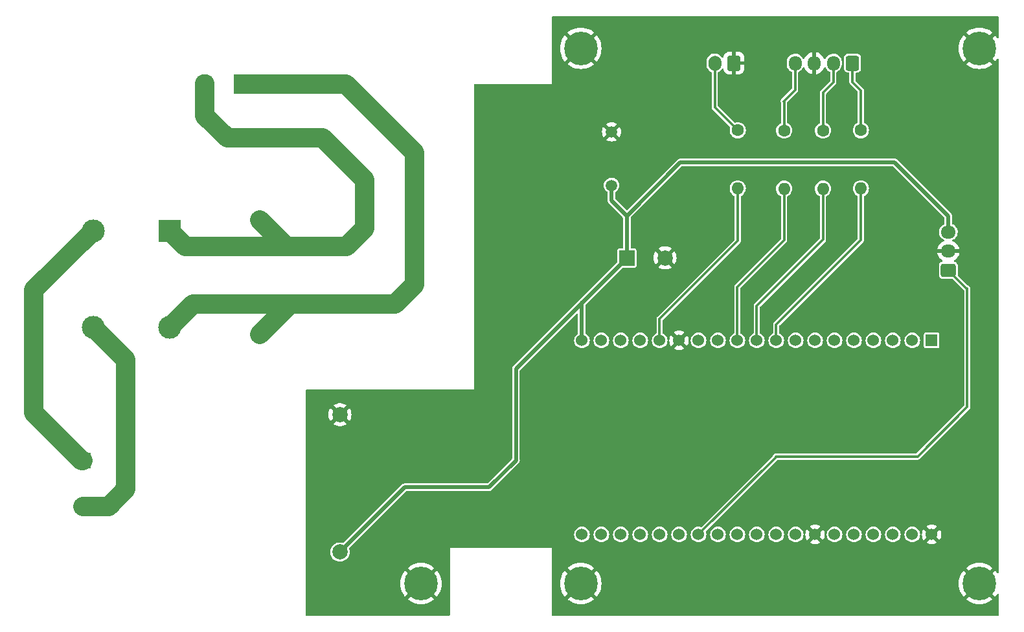
<source format=gbr>
%TF.GenerationSoftware,KiCad,Pcbnew,7.0.9*%
%TF.CreationDate,2024-01-02T09:01:56+07:00*%
%TF.ProjectId,Waterbox 2.1,57617465-7262-46f7-9820-322e312e6b69,rev?*%
%TF.SameCoordinates,Original*%
%TF.FileFunction,Copper,L1,Top*%
%TF.FilePolarity,Positive*%
%FSLAX46Y46*%
G04 Gerber Fmt 4.6, Leading zero omitted, Abs format (unit mm)*
G04 Created by KiCad (PCBNEW 7.0.9) date 2024-01-02 09:01:56*
%MOMM*%
%LPD*%
G01*
G04 APERTURE LIST*
G04 Aperture macros list*
%AMRoundRect*
0 Rectangle with rounded corners*
0 $1 Rounding radius*
0 $2 $3 $4 $5 $6 $7 $8 $9 X,Y pos of 4 corners*
0 Add a 4 corners polygon primitive as box body*
4,1,4,$2,$3,$4,$5,$6,$7,$8,$9,$2,$3,0*
0 Add four circle primitives for the rounded corners*
1,1,$1+$1,$2,$3*
1,1,$1+$1,$4,$5*
1,1,$1+$1,$6,$7*
1,1,$1+$1,$8,$9*
0 Add four rect primitives between the rounded corners*
20,1,$1+$1,$2,$3,$4,$5,0*
20,1,$1+$1,$4,$5,$6,$7,0*
20,1,$1+$1,$6,$7,$8,$9,0*
20,1,$1+$1,$8,$9,$2,$3,0*%
G04 Aperture macros list end*
%TA.AperFunction,ComponentPad*%
%ADD10C,1.600000*%
%TD*%
%TA.AperFunction,ComponentPad*%
%ADD11O,1.600000X1.600000*%
%TD*%
%TA.AperFunction,ComponentPad*%
%ADD12RoundRect,0.250000X0.600000X0.725000X-0.600000X0.725000X-0.600000X-0.725000X0.600000X-0.725000X0*%
%TD*%
%TA.AperFunction,ComponentPad*%
%ADD13O,1.700000X1.950000*%
%TD*%
%TA.AperFunction,ComponentPad*%
%ADD14RoundRect,0.250000X0.725000X-0.600000X0.725000X0.600000X-0.725000X0.600000X-0.725000X-0.600000X0*%
%TD*%
%TA.AperFunction,ComponentPad*%
%ADD15O,1.950000X1.700000*%
%TD*%
%TA.AperFunction,SMDPad,CuDef*%
%ADD16C,1.500000*%
%TD*%
%TA.AperFunction,ComponentPad*%
%ADD17C,0.700000*%
%TD*%
%TA.AperFunction,ComponentPad*%
%ADD18C,4.400000*%
%TD*%
%TA.AperFunction,ComponentPad*%
%ADD19R,2.000000X2.000000*%
%TD*%
%TA.AperFunction,ComponentPad*%
%ADD20C,2.000000*%
%TD*%
%TA.AperFunction,ComponentPad*%
%ADD21C,1.800000*%
%TD*%
%TA.AperFunction,ComponentPad*%
%ADD22R,1.530000X1.530000*%
%TD*%
%TA.AperFunction,ComponentPad*%
%ADD23C,1.530000*%
%TD*%
%TA.AperFunction,ComponentPad*%
%ADD24R,2.600000X2.600000*%
%TD*%
%TA.AperFunction,ComponentPad*%
%ADD25C,2.600000*%
%TD*%
%TA.AperFunction,ComponentPad*%
%ADD26R,3.000000X3.000000*%
%TD*%
%TA.AperFunction,ComponentPad*%
%ADD27C,3.000000*%
%TD*%
%TA.AperFunction,ComponentPad*%
%ADD28RoundRect,0.250000X0.600000X0.750000X-0.600000X0.750000X-0.600000X-0.750000X0.600000X-0.750000X0*%
%TD*%
%TA.AperFunction,ComponentPad*%
%ADD29O,1.700000X2.000000*%
%TD*%
%TA.AperFunction,ComponentPad*%
%ADD30C,2.400000*%
%TD*%
%TA.AperFunction,Conductor*%
%ADD31C,0.500000*%
%TD*%
%TA.AperFunction,Conductor*%
%ADD32C,2.500000*%
%TD*%
%TA.AperFunction,Conductor*%
%ADD33C,0.300000*%
%TD*%
G04 APERTURE END LIST*
D10*
%TO.P,R4,1*%
%TO.N,Net-(D2-A)*%
X156500000Y-67790000D03*
D11*
%TO.P,R4,2*%
%TO.N,/LED_TEL*%
X156500000Y-75410000D03*
%TD*%
D12*
%TO.P,LED2,1,BA*%
%TO.N,Net-(D1-BA)*%
X171500000Y-59000000D03*
D13*
%TO.P,LED2,2,GA*%
%TO.N,Net-(D1-GA)*%
X169000000Y-59000000D03*
%TO.P,LED2,3,K*%
%TO.N,GND*%
X166500000Y-59000000D03*
%TO.P,LED2,4,RA*%
%TO.N,Net-(D1-RA)*%
X164000000Y-59000000D03*
%TD*%
D14*
%TO.P,SENSOR,1,Pin_1*%
%TO.N,/Sensor_Data*%
X184023000Y-86106000D03*
D15*
%TO.P,SENSOR,2,Pin_2*%
%TO.N,GND*%
X184023000Y-83606000D03*
%TO.P,SENSOR,3,Pin_3*%
%TO.N,+5V*%
X184023000Y-81106000D03*
%TD*%
D16*
%TO.P,GND,1,1*%
%TO.N,GND*%
X140000000Y-68000000D03*
%TD*%
D17*
%TO.P,H7,1,1*%
%TO.N,GND*%
X134337000Y-127127000D03*
X134820274Y-125960274D03*
X134820274Y-128293726D03*
X135987000Y-125477000D03*
D18*
X135987000Y-127127000D03*
D17*
X135987000Y-128777000D03*
X137153726Y-125960274D03*
X137153726Y-128293726D03*
X137637000Y-127127000D03*
%TD*%
D19*
%TO.P,PS1,1,AC/L*%
%TO.N,Net-(PS1-AC{slash}L)*%
X70900000Y-111000000D03*
D20*
%TO.P,PS1,2,AC/N*%
%TO.N,Net-(PS1-AC{slash}N)*%
X70900000Y-117000000D03*
%TO.P,PS1,3,-Vout*%
%TO.N,GND*%
X104500000Y-105000000D03*
%TO.P,PS1,4,+Vout*%
%TO.N,+5V*%
X104500000Y-123000000D03*
%TD*%
D16*
%TO.P,5V,1,1*%
%TO.N,+5V*%
X140000000Y-75000000D03*
%TD*%
D21*
%TO.P,RV1,1*%
%TO.N,Net-(VAC_IN1-Pin_2)*%
X105400000Y-83000000D03*
%TO.P,RV1,2*%
%TO.N,Net-(VAC_IN1-Pin_1)*%
X104000000Y-90500000D03*
%TD*%
D17*
%TO.P,H5,1,1*%
%TO.N,GND*%
X134337000Y-57071000D03*
X134820274Y-55904274D03*
X134820274Y-58237726D03*
X135987000Y-55421000D03*
D18*
X135987000Y-57071000D03*
D17*
X135987000Y-58721000D03*
X137153726Y-55904274D03*
X137153726Y-58237726D03*
X137637000Y-57071000D03*
%TD*%
D22*
%TO.P,ESP32-DEVKITC-32U,1,3V3*%
%TO.N,unconnected-(ESP32-DEVKITC-32U1-3V3-Pad1)*%
X181850000Y-95300000D03*
D23*
%TO.P,ESP32-DEVKITC-32U,2,EN*%
%TO.N,unconnected-(ESP32-DEVKITC-32U1-EN-Pad2)*%
X179310000Y-95300000D03*
%TO.P,ESP32-DEVKITC-32U,3,SENSOR_VP*%
%TO.N,unconnected-(ESP32-DEVKITC-32U1-SENSOR_VP-Pad3)*%
X176770000Y-95300000D03*
%TO.P,ESP32-DEVKITC-32U,4,SENSOR_VN*%
%TO.N,unconnected-(ESP32-DEVKITC-32U1-SENSOR_VN-Pad4)*%
X174230000Y-95300000D03*
%TO.P,ESP32-DEVKITC-32U,5,IO34*%
%TO.N,unconnected-(ESP32-DEVKITC-32U1-IO34-Pad5)*%
X171690000Y-95300000D03*
%TO.P,ESP32-DEVKITC-32U,6,IO35*%
%TO.N,unconnected-(ESP32-DEVKITC-32U1-IO35-Pad6)*%
X169150000Y-95300000D03*
%TO.P,ESP32-DEVKITC-32U,7,IO32*%
%TO.N,unconnected-(ESP32-DEVKITC-32U1-IO32-Pad7)*%
X166610000Y-95300000D03*
%TO.P,ESP32-DEVKITC-32U,8,IO33*%
%TO.N,unconnected-(ESP32-DEVKITC-32U1-IO33-Pad8)*%
X164070000Y-95300000D03*
%TO.P,ESP32-DEVKITC-32U,9,IO25*%
%TO.N,/RGBLED_B*%
X161530000Y-95300000D03*
%TO.P,ESP32-DEVKITC-32U,10,IO26*%
%TO.N,/RGBLED_G*%
X158990000Y-95300000D03*
%TO.P,ESP32-DEVKITC-32U,11,IO27*%
%TO.N,/RGBLED_R*%
X156450000Y-95300000D03*
%TO.P,ESP32-DEVKITC-32U,12,IO14*%
%TO.N,unconnected-(ESP32-DEVKITC-32U1-IO14-Pad12)*%
X153910000Y-95300000D03*
%TO.P,ESP32-DEVKITC-32U,13,IO12*%
%TO.N,unconnected-(ESP32-DEVKITC-32U1-IO12-Pad13)*%
X151370000Y-95300000D03*
%TO.P,ESP32-DEVKITC-32U,14,GND1*%
%TO.N,GND*%
X148830000Y-95300000D03*
%TO.P,ESP32-DEVKITC-32U,15,IO13*%
%TO.N,/LED_TEL*%
X146290000Y-95300000D03*
%TO.P,ESP32-DEVKITC-32U,16,SD2*%
%TO.N,unconnected-(ESP32-DEVKITC-32U1-SD2-Pad16)*%
X143750000Y-95300000D03*
%TO.P,ESP32-DEVKITC-32U,17,SD3*%
%TO.N,unconnected-(ESP32-DEVKITC-32U1-SD3-Pad17)*%
X141210000Y-95300000D03*
%TO.P,ESP32-DEVKITC-32U,18,CMD*%
%TO.N,unconnected-(ESP32-DEVKITC-32U1-CMD-Pad18)*%
X138670000Y-95300000D03*
%TO.P,ESP32-DEVKITC-32U,19,EXT_5V*%
%TO.N,+5V*%
X136130000Y-95300000D03*
%TO.P,ESP32-DEVKITC-32U,20,CLK*%
%TO.N,unconnected-(ESP32-DEVKITC-32U1-CLK-Pad20)*%
X136130000Y-120700000D03*
%TO.P,ESP32-DEVKITC-32U,21,SD0*%
%TO.N,unconnected-(ESP32-DEVKITC-32U1-SD0-Pad21)*%
X138670000Y-120700000D03*
%TO.P,ESP32-DEVKITC-32U,22,SD1*%
%TO.N,unconnected-(ESP32-DEVKITC-32U1-SD1-Pad22)*%
X141210000Y-120700000D03*
%TO.P,ESP32-DEVKITC-32U,23,IO15*%
%TO.N,unconnected-(ESP32-DEVKITC-32U1-IO15-Pad23)*%
X143750000Y-120700000D03*
%TO.P,ESP32-DEVKITC-32U,24,IO2*%
%TO.N,unconnected-(ESP32-DEVKITC-32U1-IO2-Pad24)*%
X146290000Y-120700000D03*
%TO.P,ESP32-DEVKITC-32U,25,IO0*%
%TO.N,unconnected-(ESP32-DEVKITC-32U1-IO0-Pad25)*%
X148830000Y-120700000D03*
%TO.P,ESP32-DEVKITC-32U,26,IO4*%
%TO.N,/Sensor_Data*%
X151370000Y-120700000D03*
%TO.P,ESP32-DEVKITC-32U,27,IO16*%
%TO.N,unconnected-(ESP32-DEVKITC-32U1-IO16-Pad27)*%
X153910000Y-120700000D03*
%TO.P,ESP32-DEVKITC-32U,28,IO17*%
%TO.N,unconnected-(ESP32-DEVKITC-32U1-IO17-Pad28)*%
X156450000Y-120700000D03*
%TO.P,ESP32-DEVKITC-32U,29,IO5*%
%TO.N,unconnected-(ESP32-DEVKITC-32U1-IO5-Pad29)*%
X158990000Y-120700000D03*
%TO.P,ESP32-DEVKITC-32U,30,IO18*%
%TO.N,unconnected-(ESP32-DEVKITC-32U1-IO18-Pad30)*%
X161530000Y-120700000D03*
%TO.P,ESP32-DEVKITC-32U,31,IO19*%
%TO.N,unconnected-(ESP32-DEVKITC-32U1-IO19-Pad31)*%
X164070000Y-120700000D03*
%TO.P,ESP32-DEVKITC-32U,32,GND2*%
%TO.N,GND*%
X166610000Y-120700000D03*
%TO.P,ESP32-DEVKITC-32U,33,IO21*%
%TO.N,unconnected-(ESP32-DEVKITC-32U1-IO21-Pad33)*%
X169150000Y-120700000D03*
%TO.P,ESP32-DEVKITC-32U,34,RXD0*%
%TO.N,unconnected-(ESP32-DEVKITC-32U1-RXD0-Pad34)*%
X171690000Y-120700000D03*
%TO.P,ESP32-DEVKITC-32U,35,TXD0*%
%TO.N,unconnected-(ESP32-DEVKITC-32U1-TXD0-Pad35)*%
X174230000Y-120700000D03*
%TO.P,ESP32-DEVKITC-32U,36,IO22*%
%TO.N,unconnected-(ESP32-DEVKITC-32U1-IO22-Pad36)*%
X176770000Y-120700000D03*
%TO.P,ESP32-DEVKITC-32U,37,IO23*%
%TO.N,unconnected-(ESP32-DEVKITC-32U1-IO23-Pad37)*%
X179310000Y-120700000D03*
%TO.P,ESP32-DEVKITC-32U,38,GND3*%
%TO.N,GND*%
X181850000Y-120700000D03*
%TD*%
D24*
%TO.P,VAC_IN,1,Pin_1*%
%TO.N,Net-(VAC_IN1-Pin_1)*%
X91857500Y-61750000D03*
D25*
%TO.P,VAC_IN,2,Pin_2*%
%TO.N,Net-(VAC_IN1-Pin_2)*%
X86857500Y-61750000D03*
%TD*%
D17*
%TO.P,H4,1,1*%
%TO.N,GND*%
X113444000Y-127127000D03*
X113927274Y-125960274D03*
X113927274Y-128293726D03*
X115094000Y-125477000D03*
D18*
X115094000Y-127127000D03*
D17*
X115094000Y-128777000D03*
X116260726Y-125960274D03*
X116260726Y-128293726D03*
X116744000Y-127127000D03*
%TD*%
%TO.P,H6,1,1*%
%TO.N,GND*%
X186437000Y-57071000D03*
X186920274Y-55904274D03*
X186920274Y-58237726D03*
X188087000Y-55421000D03*
D18*
X188087000Y-57071000D03*
D17*
X188087000Y-58721000D03*
X189253726Y-55904274D03*
X189253726Y-58237726D03*
X189737000Y-57071000D03*
%TD*%
D19*
%TO.P,C2,1*%
%TO.N,+5V*%
X142000000Y-84500000D03*
D20*
%TO.P,C2,2*%
%TO.N,GND*%
X147000000Y-84500000D03*
%TD*%
D26*
%TO.P,FL1,1,1*%
%TO.N,Net-(VAC_IN1-Pin_2)*%
X82250000Y-80950000D03*
D27*
%TO.P,FL1,2,2*%
%TO.N,Net-(PS1-AC{slash}L)*%
X72250000Y-80950000D03*
%TO.P,FL1,3,3*%
%TO.N,Net-(PS1-AC{slash}N)*%
X72250000Y-93550000D03*
%TO.P,FL1,4,4*%
%TO.N,Net-(VAC_IN1-Pin_1)*%
X82250000Y-93550000D03*
%TD*%
D10*
%TO.P,R2,1*%
%TO.N,Net-(D1-GA)*%
X167640000Y-67818000D03*
D11*
%TO.P,R2,2*%
%TO.N,/RGBLED_G*%
X167640000Y-75438000D03*
%TD*%
D28*
%TO.P,LED1,1,K*%
%TO.N,GND*%
X156000000Y-59000000D03*
D29*
%TO.P,LED1,2,A*%
%TO.N,Net-(D2-A)*%
X153500000Y-59000000D03*
%TD*%
D30*
%TO.P,C1,1*%
%TO.N,Net-(VAC_IN1-Pin_2)*%
X94000000Y-79500000D03*
%TO.P,C1,2*%
%TO.N,Net-(VAC_IN1-Pin_1)*%
X94000000Y-94500000D03*
%TD*%
D10*
%TO.P,R3,1*%
%TO.N,Net-(D1-RA)*%
X162560000Y-67818000D03*
D11*
%TO.P,R3,2*%
%TO.N,/RGBLED_R*%
X162560000Y-75438000D03*
%TD*%
D17*
%TO.P,H8,1,1*%
%TO.N,GND*%
X186437000Y-127127000D03*
X186920274Y-125960274D03*
X186920274Y-128293726D03*
X188087000Y-125477000D03*
D18*
X188087000Y-127127000D03*
D17*
X188087000Y-128777000D03*
X189253726Y-125960274D03*
X189253726Y-128293726D03*
X189737000Y-127127000D03*
%TD*%
D10*
%TO.P,R1,1*%
%TO.N,Net-(D1-BA)*%
X172600000Y-67790000D03*
D11*
%TO.P,R1,2*%
%TO.N,/RGBLED_B*%
X172600000Y-75410000D03*
%TD*%
D31*
%TO.N,+5V*%
X142000000Y-79000000D02*
X149000000Y-72000000D01*
X136130000Y-90370000D02*
X136250000Y-90250000D01*
X127500000Y-111000000D02*
X124000000Y-114500000D01*
X184023000Y-79023000D02*
X184023000Y-81106000D01*
X177000000Y-72000000D02*
X184023000Y-79023000D01*
X113000000Y-114500000D02*
X104500000Y-123000000D01*
X142000000Y-84500000D02*
X142000000Y-79000000D01*
X124000000Y-114500000D02*
X113000000Y-114500000D01*
X136250000Y-90250000D02*
X142000000Y-84500000D01*
X140000000Y-77000000D02*
X142000000Y-79000000D01*
X149000000Y-72000000D02*
X177000000Y-72000000D01*
X140000000Y-75000000D02*
X140000000Y-77000000D01*
X127500000Y-99000000D02*
X127500000Y-111000000D01*
X136250000Y-90250000D02*
X127500000Y-99000000D01*
X136130000Y-95300000D02*
X136130000Y-90370000D01*
D32*
%TO.N,Net-(VAC_IN1-Pin_2)*%
X86857500Y-65857500D02*
X86857500Y-61750000D01*
X102250000Y-68750000D02*
X89750000Y-68750000D01*
X105400000Y-83000000D02*
X97750000Y-83000000D01*
X97500000Y-83000000D02*
X97750000Y-83000000D01*
X107750000Y-74250000D02*
X102250000Y-68750000D01*
X107750000Y-80650000D02*
X107750000Y-74250000D01*
X94000000Y-79500000D02*
X97500000Y-83000000D01*
X89750000Y-68750000D02*
X86857500Y-65857500D01*
X94000000Y-83000000D02*
X84300000Y-83000000D01*
X84300000Y-83000000D02*
X82250000Y-80950000D01*
X105400000Y-83000000D02*
X107750000Y-80650000D01*
X97750000Y-83000000D02*
X94000000Y-83000000D01*
D33*
%TO.N,Net-(D1-BA)*%
X171500000Y-59000000D02*
X171500000Y-61500000D01*
X171500000Y-61500000D02*
X172600000Y-62600000D01*
X172600000Y-62600000D02*
X172600000Y-67790000D01*
D32*
%TO.N,Net-(PS1-AC{slash}L)*%
X64500000Y-88700000D02*
X72250000Y-80950000D01*
X70900000Y-111000000D02*
X70750000Y-111000000D01*
X64500000Y-104750000D02*
X64500000Y-88700000D01*
X70750000Y-111000000D02*
X64500000Y-104750000D01*
%TO.N,Net-(PS1-AC{slash}N)*%
X74250000Y-117000000D02*
X76500000Y-114750000D01*
X76500000Y-97800000D02*
X72250000Y-93550000D01*
X76500000Y-114750000D02*
X76500000Y-97800000D01*
X70900000Y-117000000D02*
X74250000Y-117000000D01*
D33*
%TO.N,Net-(D1-GA)*%
X167640000Y-67818000D02*
X167640000Y-62860000D01*
X169000000Y-61500000D02*
X169000000Y-59000000D01*
X167640000Y-62860000D02*
X169000000Y-61500000D01*
%TO.N,Net-(D1-RA)*%
X162500000Y-64000000D02*
X162560000Y-64060000D01*
X164000000Y-62500000D02*
X162500000Y-64000000D01*
X162560000Y-64060000D02*
X162560000Y-67818000D01*
X164000000Y-59000000D02*
X164000000Y-62500000D01*
%TO.N,Net-(D2-A)*%
X153500000Y-64790000D02*
X156500000Y-67790000D01*
X153500000Y-59000000D02*
X153500000Y-64790000D01*
D32*
%TO.N,Net-(VAC_IN1-Pin_1)*%
X105250000Y-61750000D02*
X114250000Y-70750000D01*
X104000000Y-90500000D02*
X98000000Y-90500000D01*
X114250000Y-70750000D02*
X114250000Y-88000000D01*
X98000000Y-90500000D02*
X94000000Y-90500000D01*
X114250000Y-88000000D02*
X111750000Y-90500000D01*
X85300000Y-90500000D02*
X82250000Y-93550000D01*
X91857500Y-61750000D02*
X105250000Y-61750000D01*
X94000000Y-94500000D02*
X98000000Y-90500000D01*
X94000000Y-90500000D02*
X85300000Y-90500000D01*
X111750000Y-90500000D02*
X104000000Y-90500000D01*
D33*
%TO.N,/RGBLED_B*%
X161530000Y-95300000D02*
X161530000Y-93220000D01*
X161530000Y-93220000D02*
X172600000Y-82150000D01*
X172600000Y-82150000D02*
X172600000Y-75410000D01*
%TO.N,/RGBLED_G*%
X158990000Y-95300000D02*
X158990000Y-90760000D01*
X158990000Y-90760000D02*
X167640000Y-82110000D01*
X167640000Y-82110000D02*
X167640000Y-75438000D01*
%TO.N,/RGBLED_R*%
X162560000Y-82190000D02*
X162560000Y-75438000D01*
X156450000Y-95300000D02*
X156450000Y-88300000D01*
X156450000Y-88300000D02*
X162560000Y-82190000D01*
%TO.N,/LED_TEL*%
X146290000Y-95300000D02*
X146290000Y-92460000D01*
X156500000Y-82250000D02*
X156500000Y-75410000D01*
X146290000Y-92460000D02*
X156500000Y-82250000D01*
%TO.N,/Sensor_Data*%
X180000000Y-110500000D02*
X161500000Y-110500000D01*
X186500000Y-88500000D02*
X186500000Y-104000000D01*
X161500000Y-110570000D02*
X151370000Y-120700000D01*
X186500000Y-104000000D02*
X180000000Y-110500000D01*
X161500000Y-110500000D02*
X161500000Y-110570000D01*
X186417000Y-88500000D02*
X186500000Y-88500000D01*
X184023000Y-86106000D02*
X186417000Y-88500000D01*
%TD*%
%TA.AperFunction,Conductor*%
%TO.N,GND*%
G36*
X190570539Y-52876459D02*
G01*
X190616294Y-52929263D01*
X190627500Y-52980774D01*
X190627500Y-55609664D01*
X190607815Y-55676703D01*
X190555011Y-55722458D01*
X190485853Y-55732402D01*
X190422297Y-55703377D01*
X190397383Y-55673814D01*
X190313118Y-55534423D01*
X190313112Y-55534414D01*
X190165521Y-55346030D01*
X189022788Y-56488763D01*
X188922106Y-56347376D01*
X188770068Y-56202408D01*
X188667777Y-56136669D01*
X188854523Y-55949923D01*
X189053726Y-55949923D01*
X189093339Y-56032179D01*
X189164718Y-56089101D01*
X189231194Y-56104274D01*
X189276258Y-56104274D01*
X189342734Y-56089101D01*
X189414113Y-56032179D01*
X189453726Y-55949923D01*
X189453726Y-55858625D01*
X189414113Y-55776369D01*
X189342734Y-55719447D01*
X189276258Y-55704274D01*
X189231194Y-55704274D01*
X189164718Y-55719447D01*
X189093339Y-55776369D01*
X189053726Y-55858625D01*
X189053726Y-55949923D01*
X188854523Y-55949923D01*
X189811968Y-54992477D01*
X189811968Y-54992476D01*
X189623586Y-54844887D01*
X189344043Y-54675898D01*
X189344041Y-54675897D01*
X189046175Y-54541839D01*
X189046164Y-54541835D01*
X188734341Y-54444667D01*
X188413038Y-54385786D01*
X188087000Y-54366065D01*
X187760961Y-54385786D01*
X187439658Y-54444667D01*
X187127835Y-54541835D01*
X187127824Y-54541839D01*
X186829958Y-54675897D01*
X186829956Y-54675898D01*
X186550423Y-54844881D01*
X186362030Y-54992476D01*
X186362030Y-54992477D01*
X187503693Y-56134140D01*
X187489590Y-56141411D01*
X187324460Y-56271271D01*
X187186890Y-56430035D01*
X187152334Y-56489887D01*
X186612370Y-55949923D01*
X186720274Y-55949923D01*
X186759887Y-56032179D01*
X186831266Y-56089101D01*
X186897742Y-56104274D01*
X186942806Y-56104274D01*
X187009282Y-56089101D01*
X187080661Y-56032179D01*
X187120274Y-55949923D01*
X187120274Y-55858625D01*
X187080661Y-55776369D01*
X187009282Y-55719447D01*
X186942806Y-55704274D01*
X186897742Y-55704274D01*
X186831266Y-55719447D01*
X186759887Y-55776369D01*
X186720274Y-55858625D01*
X186720274Y-55949923D01*
X186612370Y-55949923D01*
X186008477Y-55346030D01*
X186008476Y-55346030D01*
X185860881Y-55534423D01*
X185691898Y-55813956D01*
X185691897Y-55813958D01*
X185557839Y-56111824D01*
X185557835Y-56111835D01*
X185460667Y-56423658D01*
X185401786Y-56744961D01*
X185382065Y-57071000D01*
X185401786Y-57397038D01*
X185460667Y-57718341D01*
X185557835Y-58030164D01*
X185557839Y-58030175D01*
X185691897Y-58328041D01*
X185691898Y-58328043D01*
X185860887Y-58607586D01*
X186008477Y-58795968D01*
X186521070Y-58283375D01*
X186720274Y-58283375D01*
X186759887Y-58365631D01*
X186831266Y-58422553D01*
X186897742Y-58437726D01*
X186942806Y-58437726D01*
X187009282Y-58422553D01*
X187080661Y-58365631D01*
X187120274Y-58283375D01*
X187120274Y-58192077D01*
X187080661Y-58109821D01*
X187009282Y-58052899D01*
X186942806Y-58037726D01*
X186897742Y-58037726D01*
X186831266Y-58052899D01*
X186759887Y-58109821D01*
X186720274Y-58192077D01*
X186720274Y-58283375D01*
X186521070Y-58283375D01*
X187151210Y-57653234D01*
X187251894Y-57794624D01*
X187403932Y-57939592D01*
X187506222Y-58005330D01*
X186362030Y-59149521D01*
X186362030Y-59149522D01*
X186550414Y-59297112D01*
X186550423Y-59297118D01*
X186829956Y-59466101D01*
X186829958Y-59466102D01*
X187127824Y-59600160D01*
X187127835Y-59600164D01*
X187439658Y-59697332D01*
X187760961Y-59756213D01*
X188087000Y-59775934D01*
X188413038Y-59756213D01*
X188734341Y-59697332D01*
X189046164Y-59600164D01*
X189046175Y-59600160D01*
X189344041Y-59466102D01*
X189344043Y-59466101D01*
X189623576Y-59297118D01*
X189623584Y-59297112D01*
X189811968Y-59149522D01*
X189811968Y-59149521D01*
X188945822Y-58283375D01*
X189053726Y-58283375D01*
X189093339Y-58365631D01*
X189164718Y-58422553D01*
X189231194Y-58437726D01*
X189276258Y-58437726D01*
X189342734Y-58422553D01*
X189414113Y-58365631D01*
X189453726Y-58283375D01*
X189453726Y-58192077D01*
X189414113Y-58109821D01*
X189342734Y-58052899D01*
X189276258Y-58037726D01*
X189231194Y-58037726D01*
X189164718Y-58052899D01*
X189093339Y-58109821D01*
X189053726Y-58192077D01*
X189053726Y-58283375D01*
X188945822Y-58283375D01*
X188670306Y-58007859D01*
X188684410Y-58000589D01*
X188849540Y-57870729D01*
X188987110Y-57711965D01*
X189021665Y-57652112D01*
X190165521Y-58795968D01*
X190165522Y-58795968D01*
X190313112Y-58607584D01*
X190313118Y-58607576D01*
X190397383Y-58468185D01*
X190448911Y-58420998D01*
X190517770Y-58409159D01*
X190582099Y-58436428D01*
X190621473Y-58494146D01*
X190627500Y-58532335D01*
X190627500Y-125665664D01*
X190607815Y-125732703D01*
X190555011Y-125778458D01*
X190485853Y-125788402D01*
X190422297Y-125759377D01*
X190397383Y-125729814D01*
X190313118Y-125590423D01*
X190313112Y-125590414D01*
X190165521Y-125402030D01*
X189022788Y-126544763D01*
X188922106Y-126403376D01*
X188770068Y-126258408D01*
X188667777Y-126192669D01*
X188854523Y-126005923D01*
X189053726Y-126005923D01*
X189093339Y-126088179D01*
X189164718Y-126145101D01*
X189231194Y-126160274D01*
X189276258Y-126160274D01*
X189342734Y-126145101D01*
X189414113Y-126088179D01*
X189453726Y-126005923D01*
X189453726Y-125914625D01*
X189414113Y-125832369D01*
X189342734Y-125775447D01*
X189276258Y-125760274D01*
X189231194Y-125760274D01*
X189164718Y-125775447D01*
X189093339Y-125832369D01*
X189053726Y-125914625D01*
X189053726Y-126005923D01*
X188854523Y-126005923D01*
X189811968Y-125048477D01*
X189811968Y-125048476D01*
X189623586Y-124900887D01*
X189344043Y-124731898D01*
X189344041Y-124731897D01*
X189046175Y-124597839D01*
X189046164Y-124597835D01*
X188734341Y-124500667D01*
X188413038Y-124441786D01*
X188087000Y-124422065D01*
X187760961Y-124441786D01*
X187439658Y-124500667D01*
X187127835Y-124597835D01*
X187127824Y-124597839D01*
X186829958Y-124731897D01*
X186829956Y-124731898D01*
X186550423Y-124900881D01*
X186362030Y-125048476D01*
X186362030Y-125048477D01*
X187503693Y-126190140D01*
X187489590Y-126197411D01*
X187324460Y-126327271D01*
X187186890Y-126486035D01*
X187152334Y-126545887D01*
X186612370Y-126005923D01*
X186720274Y-126005923D01*
X186759887Y-126088179D01*
X186831266Y-126145101D01*
X186897742Y-126160274D01*
X186942806Y-126160274D01*
X187009282Y-126145101D01*
X187080661Y-126088179D01*
X187120274Y-126005923D01*
X187120274Y-125914625D01*
X187080661Y-125832369D01*
X187009282Y-125775447D01*
X186942806Y-125760274D01*
X186897742Y-125760274D01*
X186831266Y-125775447D01*
X186759887Y-125832369D01*
X186720274Y-125914625D01*
X186720274Y-126005923D01*
X186612370Y-126005923D01*
X186008477Y-125402030D01*
X186008476Y-125402030D01*
X185860881Y-125590423D01*
X185691898Y-125869956D01*
X185691897Y-125869958D01*
X185557839Y-126167824D01*
X185557835Y-126167835D01*
X185460667Y-126479658D01*
X185401786Y-126800961D01*
X185382065Y-127127000D01*
X185401786Y-127453038D01*
X185460667Y-127774341D01*
X185557835Y-128086164D01*
X185557839Y-128086175D01*
X185691897Y-128384041D01*
X185691898Y-128384043D01*
X185860887Y-128663586D01*
X186008477Y-128851968D01*
X186521070Y-128339375D01*
X186720274Y-128339375D01*
X186759887Y-128421631D01*
X186831266Y-128478553D01*
X186897742Y-128493726D01*
X186942806Y-128493726D01*
X187009282Y-128478553D01*
X187080661Y-128421631D01*
X187120274Y-128339375D01*
X187120274Y-128248077D01*
X187080661Y-128165821D01*
X187009282Y-128108899D01*
X186942806Y-128093726D01*
X186897742Y-128093726D01*
X186831266Y-128108899D01*
X186759887Y-128165821D01*
X186720274Y-128248077D01*
X186720274Y-128339375D01*
X186521070Y-128339375D01*
X187151210Y-127709234D01*
X187251894Y-127850624D01*
X187403932Y-127995592D01*
X187506222Y-128061330D01*
X186362030Y-129205521D01*
X186362030Y-129205522D01*
X186550414Y-129353112D01*
X186550423Y-129353118D01*
X186829956Y-129522101D01*
X186829958Y-129522102D01*
X187127824Y-129656160D01*
X187127835Y-129656164D01*
X187439658Y-129753332D01*
X187760961Y-129812213D01*
X188087000Y-129831934D01*
X188413038Y-129812213D01*
X188734341Y-129753332D01*
X189046164Y-129656164D01*
X189046175Y-129656160D01*
X189344041Y-129522102D01*
X189344043Y-129522101D01*
X189623576Y-129353118D01*
X189623584Y-129353112D01*
X189811968Y-129205522D01*
X189811968Y-129205521D01*
X188945822Y-128339375D01*
X189053726Y-128339375D01*
X189093339Y-128421631D01*
X189164718Y-128478553D01*
X189231194Y-128493726D01*
X189276258Y-128493726D01*
X189342734Y-128478553D01*
X189414113Y-128421631D01*
X189453726Y-128339375D01*
X189453726Y-128248077D01*
X189414113Y-128165821D01*
X189342734Y-128108899D01*
X189276258Y-128093726D01*
X189231194Y-128093726D01*
X189164718Y-128108899D01*
X189093339Y-128165821D01*
X189053726Y-128248077D01*
X189053726Y-128339375D01*
X188945822Y-128339375D01*
X188670306Y-128063859D01*
X188684410Y-128056589D01*
X188849540Y-127926729D01*
X188987110Y-127767965D01*
X189021665Y-127708112D01*
X190165521Y-128851968D01*
X190165522Y-128851968D01*
X190313112Y-128663584D01*
X190313118Y-128663576D01*
X190397383Y-128524185D01*
X190448911Y-128476998D01*
X190517770Y-128465159D01*
X190582099Y-128492428D01*
X190621473Y-128550146D01*
X190627500Y-128588335D01*
X190627500Y-131217774D01*
X190607815Y-131284813D01*
X190555011Y-131330568D01*
X190503500Y-131341774D01*
X132332500Y-131341774D01*
X132265461Y-131322089D01*
X132219706Y-131269285D01*
X132208500Y-131217774D01*
X132208500Y-127127000D01*
X133282065Y-127127000D01*
X133301786Y-127453038D01*
X133360667Y-127774341D01*
X133457835Y-128086164D01*
X133457839Y-128086175D01*
X133591897Y-128384041D01*
X133591898Y-128384043D01*
X133760887Y-128663586D01*
X133908477Y-128851968D01*
X134421070Y-128339375D01*
X134620274Y-128339375D01*
X134659887Y-128421631D01*
X134731266Y-128478553D01*
X134797742Y-128493726D01*
X134842806Y-128493726D01*
X134909282Y-128478553D01*
X134980661Y-128421631D01*
X135020274Y-128339375D01*
X135020274Y-128248077D01*
X134980661Y-128165821D01*
X134909282Y-128108899D01*
X134842806Y-128093726D01*
X134797742Y-128093726D01*
X134731266Y-128108899D01*
X134659887Y-128165821D01*
X134620274Y-128248077D01*
X134620274Y-128339375D01*
X134421070Y-128339375D01*
X135051210Y-127709234D01*
X135151894Y-127850624D01*
X135303932Y-127995592D01*
X135406222Y-128061330D01*
X134262030Y-129205521D01*
X134262030Y-129205522D01*
X134450414Y-129353112D01*
X134450423Y-129353118D01*
X134729956Y-129522101D01*
X134729958Y-129522102D01*
X135027824Y-129656160D01*
X135027835Y-129656164D01*
X135339658Y-129753332D01*
X135660961Y-129812213D01*
X135987000Y-129831934D01*
X136313038Y-129812213D01*
X136634341Y-129753332D01*
X136946164Y-129656164D01*
X136946175Y-129656160D01*
X137244041Y-129522102D01*
X137244043Y-129522101D01*
X137523576Y-129353118D01*
X137523584Y-129353112D01*
X137711968Y-129205522D01*
X137711968Y-129205521D01*
X136845822Y-128339375D01*
X136953726Y-128339375D01*
X136993339Y-128421631D01*
X137064718Y-128478553D01*
X137131194Y-128493726D01*
X137176258Y-128493726D01*
X137242734Y-128478553D01*
X137314113Y-128421631D01*
X137353726Y-128339375D01*
X137353726Y-128248077D01*
X137314113Y-128165821D01*
X137242734Y-128108899D01*
X137176258Y-128093726D01*
X137131194Y-128093726D01*
X137064718Y-128108899D01*
X136993339Y-128165821D01*
X136953726Y-128248077D01*
X136953726Y-128339375D01*
X136845822Y-128339375D01*
X136570306Y-128063859D01*
X136584410Y-128056589D01*
X136749540Y-127926729D01*
X136887110Y-127767965D01*
X136921665Y-127708112D01*
X138065521Y-128851968D01*
X138065522Y-128851968D01*
X138213112Y-128663584D01*
X138213118Y-128663576D01*
X138382101Y-128384043D01*
X138382102Y-128384041D01*
X138516160Y-128086175D01*
X138516164Y-128086164D01*
X138613332Y-127774341D01*
X138672213Y-127453038D01*
X138691934Y-127127000D01*
X138672213Y-126800961D01*
X138613332Y-126479658D01*
X138516164Y-126167835D01*
X138516160Y-126167824D01*
X138382102Y-125869958D01*
X138382101Y-125869956D01*
X138213118Y-125590423D01*
X138213112Y-125590414D01*
X138065521Y-125402030D01*
X136922788Y-126544763D01*
X136822106Y-126403376D01*
X136670068Y-126258408D01*
X136567777Y-126192669D01*
X136754523Y-126005923D01*
X136953726Y-126005923D01*
X136993339Y-126088179D01*
X137064718Y-126145101D01*
X137131194Y-126160274D01*
X137176258Y-126160274D01*
X137242734Y-126145101D01*
X137314113Y-126088179D01*
X137353726Y-126005923D01*
X137353726Y-125914625D01*
X137314113Y-125832369D01*
X137242734Y-125775447D01*
X137176258Y-125760274D01*
X137131194Y-125760274D01*
X137064718Y-125775447D01*
X136993339Y-125832369D01*
X136953726Y-125914625D01*
X136953726Y-126005923D01*
X136754523Y-126005923D01*
X137711968Y-125048477D01*
X137711968Y-125048476D01*
X137523586Y-124900887D01*
X137244043Y-124731898D01*
X137244041Y-124731897D01*
X136946175Y-124597839D01*
X136946164Y-124597835D01*
X136634341Y-124500667D01*
X136313038Y-124441786D01*
X135987000Y-124422065D01*
X135660961Y-124441786D01*
X135339658Y-124500667D01*
X135027835Y-124597835D01*
X135027824Y-124597839D01*
X134729958Y-124731897D01*
X134729956Y-124731898D01*
X134450423Y-124900881D01*
X134262030Y-125048476D01*
X134262030Y-125048477D01*
X135403693Y-126190140D01*
X135389590Y-126197411D01*
X135224460Y-126327271D01*
X135086890Y-126486035D01*
X135052334Y-126545887D01*
X134512370Y-126005923D01*
X134620274Y-126005923D01*
X134659887Y-126088179D01*
X134731266Y-126145101D01*
X134797742Y-126160274D01*
X134842806Y-126160274D01*
X134909282Y-126145101D01*
X134980661Y-126088179D01*
X135020274Y-126005923D01*
X135020274Y-125914625D01*
X134980661Y-125832369D01*
X134909282Y-125775447D01*
X134842806Y-125760274D01*
X134797742Y-125760274D01*
X134731266Y-125775447D01*
X134659887Y-125832369D01*
X134620274Y-125914625D01*
X134620274Y-126005923D01*
X134512370Y-126005923D01*
X133908477Y-125402030D01*
X133908476Y-125402030D01*
X133760881Y-125590423D01*
X133591898Y-125869956D01*
X133591897Y-125869958D01*
X133457839Y-126167824D01*
X133457835Y-126167835D01*
X133360667Y-126479658D01*
X133301786Y-126800961D01*
X133282065Y-127127000D01*
X132208500Y-127127000D01*
X132208500Y-122477033D01*
X132208528Y-122476890D01*
X132208524Y-122476890D01*
X132208539Y-122452276D01*
X132208541Y-122452274D01*
X132208462Y-122452082D01*
X132208384Y-122451892D01*
X132208382Y-122451890D01*
X132208099Y-122451774D01*
X132208000Y-122451733D01*
X132183446Y-122451733D01*
X132183240Y-122451774D01*
X118897760Y-122451774D01*
X118897554Y-122451733D01*
X118873000Y-122451733D01*
X118872901Y-122451774D01*
X118872617Y-122451890D01*
X118872615Y-122451892D01*
X118872459Y-122452273D01*
X118872476Y-122476890D01*
X118872471Y-122476890D01*
X118872500Y-122477033D01*
X118872500Y-131217774D01*
X118852815Y-131284813D01*
X118800011Y-131330568D01*
X118748500Y-131341774D01*
X100124000Y-131341774D01*
X100056961Y-131322089D01*
X100011206Y-131269285D01*
X100000000Y-131217774D01*
X100000000Y-127127000D01*
X112389065Y-127127000D01*
X112408786Y-127453038D01*
X112467667Y-127774341D01*
X112564835Y-128086164D01*
X112564839Y-128086175D01*
X112698897Y-128384041D01*
X112698898Y-128384043D01*
X112867887Y-128663586D01*
X113015477Y-128851968D01*
X113528070Y-128339375D01*
X113727274Y-128339375D01*
X113766887Y-128421631D01*
X113838266Y-128478553D01*
X113904742Y-128493726D01*
X113949806Y-128493726D01*
X114016282Y-128478553D01*
X114087661Y-128421631D01*
X114127274Y-128339375D01*
X114127274Y-128248077D01*
X114087661Y-128165821D01*
X114016282Y-128108899D01*
X113949806Y-128093726D01*
X113904742Y-128093726D01*
X113838266Y-128108899D01*
X113766887Y-128165821D01*
X113727274Y-128248077D01*
X113727274Y-128339375D01*
X113528070Y-128339375D01*
X114158210Y-127709234D01*
X114258894Y-127850624D01*
X114410932Y-127995592D01*
X114513222Y-128061330D01*
X113369030Y-129205521D01*
X113369030Y-129205522D01*
X113557414Y-129353112D01*
X113557423Y-129353118D01*
X113836956Y-129522101D01*
X113836958Y-129522102D01*
X114134824Y-129656160D01*
X114134835Y-129656164D01*
X114446658Y-129753332D01*
X114767961Y-129812213D01*
X115094000Y-129831934D01*
X115420038Y-129812213D01*
X115741341Y-129753332D01*
X116053164Y-129656164D01*
X116053175Y-129656160D01*
X116351041Y-129522102D01*
X116351043Y-129522101D01*
X116630576Y-129353118D01*
X116630584Y-129353112D01*
X116818968Y-129205522D01*
X116818968Y-129205521D01*
X115952822Y-128339375D01*
X116060726Y-128339375D01*
X116100339Y-128421631D01*
X116171718Y-128478553D01*
X116238194Y-128493726D01*
X116283258Y-128493726D01*
X116349734Y-128478553D01*
X116421113Y-128421631D01*
X116460726Y-128339375D01*
X116460726Y-128248077D01*
X116421113Y-128165821D01*
X116349734Y-128108899D01*
X116283258Y-128093726D01*
X116238194Y-128093726D01*
X116171718Y-128108899D01*
X116100339Y-128165821D01*
X116060726Y-128248077D01*
X116060726Y-128339375D01*
X115952822Y-128339375D01*
X115677306Y-128063859D01*
X115691410Y-128056589D01*
X115856540Y-127926729D01*
X115994110Y-127767965D01*
X116028665Y-127708112D01*
X117172521Y-128851968D01*
X117172522Y-128851968D01*
X117320112Y-128663584D01*
X117320118Y-128663576D01*
X117489101Y-128384043D01*
X117489102Y-128384041D01*
X117623160Y-128086175D01*
X117623164Y-128086164D01*
X117720332Y-127774341D01*
X117779213Y-127453038D01*
X117798934Y-127127000D01*
X117779213Y-126800961D01*
X117720332Y-126479658D01*
X117623164Y-126167835D01*
X117623160Y-126167824D01*
X117489102Y-125869958D01*
X117489101Y-125869956D01*
X117320118Y-125590423D01*
X117320112Y-125590414D01*
X117172521Y-125402030D01*
X116029788Y-126544763D01*
X115929106Y-126403376D01*
X115777068Y-126258408D01*
X115674777Y-126192669D01*
X115861523Y-126005923D01*
X116060726Y-126005923D01*
X116100339Y-126088179D01*
X116171718Y-126145101D01*
X116238194Y-126160274D01*
X116283258Y-126160274D01*
X116349734Y-126145101D01*
X116421113Y-126088179D01*
X116460726Y-126005923D01*
X116460726Y-125914625D01*
X116421113Y-125832369D01*
X116349734Y-125775447D01*
X116283258Y-125760274D01*
X116238194Y-125760274D01*
X116171718Y-125775447D01*
X116100339Y-125832369D01*
X116060726Y-125914625D01*
X116060726Y-126005923D01*
X115861523Y-126005923D01*
X116818968Y-125048477D01*
X116818968Y-125048476D01*
X116630586Y-124900887D01*
X116351043Y-124731898D01*
X116351041Y-124731897D01*
X116053175Y-124597839D01*
X116053164Y-124597835D01*
X115741341Y-124500667D01*
X115420038Y-124441786D01*
X115094000Y-124422065D01*
X114767961Y-124441786D01*
X114446658Y-124500667D01*
X114134835Y-124597835D01*
X114134824Y-124597839D01*
X113836958Y-124731897D01*
X113836956Y-124731898D01*
X113557423Y-124900881D01*
X113369030Y-125048476D01*
X113369030Y-125048477D01*
X114510693Y-126190140D01*
X114496590Y-126197411D01*
X114331460Y-126327271D01*
X114193890Y-126486035D01*
X114159334Y-126545887D01*
X113619370Y-126005923D01*
X113727274Y-126005923D01*
X113766887Y-126088179D01*
X113838266Y-126145101D01*
X113904742Y-126160274D01*
X113949806Y-126160274D01*
X114016282Y-126145101D01*
X114087661Y-126088179D01*
X114127274Y-126005923D01*
X114127274Y-125914625D01*
X114087661Y-125832369D01*
X114016282Y-125775447D01*
X113949806Y-125760274D01*
X113904742Y-125760274D01*
X113838266Y-125775447D01*
X113766887Y-125832369D01*
X113727274Y-125914625D01*
X113727274Y-126005923D01*
X113619370Y-126005923D01*
X113015477Y-125402030D01*
X113015476Y-125402030D01*
X112867881Y-125590423D01*
X112698898Y-125869956D01*
X112698897Y-125869958D01*
X112564839Y-126167824D01*
X112564835Y-126167835D01*
X112467667Y-126479658D01*
X112408786Y-126800961D01*
X112389065Y-127127000D01*
X100000000Y-127127000D01*
X100000000Y-123000000D01*
X103240708Y-123000000D01*
X103259839Y-123218674D01*
X103316653Y-123430703D01*
X103316654Y-123430706D01*
X103316655Y-123430708D01*
X103409419Y-123629642D01*
X103409423Y-123629650D01*
X103535322Y-123809452D01*
X103535327Y-123809458D01*
X103690541Y-123964672D01*
X103690547Y-123964677D01*
X103870349Y-124090576D01*
X103870351Y-124090577D01*
X103870354Y-124090579D01*
X104069297Y-124183347D01*
X104281326Y-124240161D01*
X104437521Y-124253826D01*
X104499998Y-124259292D01*
X104500000Y-124259292D01*
X104500002Y-124259292D01*
X104554668Y-124254509D01*
X104718674Y-124240161D01*
X104930703Y-124183347D01*
X105129646Y-124090579D01*
X105309457Y-123964674D01*
X105464674Y-123809457D01*
X105590579Y-123629646D01*
X105683347Y-123430703D01*
X105740161Y-123218674D01*
X105759292Y-123000000D01*
X105740161Y-122781326D01*
X105693597Y-122607550D01*
X105695260Y-122537703D01*
X105725689Y-122487780D01*
X107513469Y-120700000D01*
X135105567Y-120700000D01*
X135125250Y-120899855D01*
X135183548Y-121092038D01*
X135278210Y-121269138D01*
X135278215Y-121269144D01*
X135405615Y-121424384D01*
X135560855Y-121551784D01*
X135560861Y-121551789D01*
X135737961Y-121646451D01*
X135737963Y-121646451D01*
X135737966Y-121646453D01*
X135930143Y-121704749D01*
X136130000Y-121724433D01*
X136329857Y-121704749D01*
X136522034Y-121646453D01*
X136522038Y-121646451D01*
X136699138Y-121551789D01*
X136699140Y-121551786D01*
X136699144Y-121551785D01*
X136854384Y-121424384D01*
X136981785Y-121269144D01*
X136981786Y-121269140D01*
X136981789Y-121269138D01*
X137076451Y-121092038D01*
X137076451Y-121092037D01*
X137076453Y-121092034D01*
X137134749Y-120899857D01*
X137154433Y-120700000D01*
X137645567Y-120700000D01*
X137665250Y-120899855D01*
X137723548Y-121092038D01*
X137818210Y-121269138D01*
X137818215Y-121269144D01*
X137945615Y-121424384D01*
X138100855Y-121551784D01*
X138100861Y-121551789D01*
X138277961Y-121646451D01*
X138277963Y-121646451D01*
X138277966Y-121646453D01*
X138470143Y-121704749D01*
X138670000Y-121724433D01*
X138869857Y-121704749D01*
X139062034Y-121646453D01*
X139062038Y-121646451D01*
X139239138Y-121551789D01*
X139239140Y-121551786D01*
X139239144Y-121551785D01*
X139394384Y-121424384D01*
X139521785Y-121269144D01*
X139521786Y-121269140D01*
X139521789Y-121269138D01*
X139616451Y-121092038D01*
X139616451Y-121092037D01*
X139616453Y-121092034D01*
X139674749Y-120899857D01*
X139694433Y-120700000D01*
X140185567Y-120700000D01*
X140205250Y-120899855D01*
X140263548Y-121092038D01*
X140358210Y-121269138D01*
X140358215Y-121269144D01*
X140485615Y-121424384D01*
X140640855Y-121551784D01*
X140640861Y-121551789D01*
X140817961Y-121646451D01*
X140817963Y-121646451D01*
X140817966Y-121646453D01*
X141010143Y-121704749D01*
X141210000Y-121724433D01*
X141409857Y-121704749D01*
X141602034Y-121646453D01*
X141602038Y-121646451D01*
X141779138Y-121551789D01*
X141779140Y-121551786D01*
X141779144Y-121551785D01*
X141934384Y-121424384D01*
X142061785Y-121269144D01*
X142061786Y-121269140D01*
X142061789Y-121269138D01*
X142156451Y-121092038D01*
X142156451Y-121092037D01*
X142156453Y-121092034D01*
X142214749Y-120899857D01*
X142234433Y-120700000D01*
X142725567Y-120700000D01*
X142745250Y-120899855D01*
X142803548Y-121092038D01*
X142898210Y-121269138D01*
X142898215Y-121269144D01*
X143025615Y-121424384D01*
X143180855Y-121551784D01*
X143180861Y-121551789D01*
X143357961Y-121646451D01*
X143357963Y-121646451D01*
X143357966Y-121646453D01*
X143550143Y-121704749D01*
X143750000Y-121724433D01*
X143949857Y-121704749D01*
X144142034Y-121646453D01*
X144142038Y-121646451D01*
X144319138Y-121551789D01*
X144319140Y-121551786D01*
X144319144Y-121551785D01*
X144474384Y-121424384D01*
X144601785Y-121269144D01*
X144601786Y-121269140D01*
X144601789Y-121269138D01*
X144696451Y-121092038D01*
X144696451Y-121092037D01*
X144696453Y-121092034D01*
X144754749Y-120899857D01*
X144774433Y-120700000D01*
X145265567Y-120700000D01*
X145285250Y-120899855D01*
X145343548Y-121092038D01*
X145438210Y-121269138D01*
X145438215Y-121269144D01*
X145565615Y-121424384D01*
X145720855Y-121551784D01*
X145720861Y-121551789D01*
X145897961Y-121646451D01*
X145897963Y-121646451D01*
X145897966Y-121646453D01*
X146090143Y-121704749D01*
X146290000Y-121724433D01*
X146489857Y-121704749D01*
X146682034Y-121646453D01*
X146682038Y-121646451D01*
X146859138Y-121551789D01*
X146859140Y-121551786D01*
X146859144Y-121551785D01*
X147014384Y-121424384D01*
X147141785Y-121269144D01*
X147141786Y-121269140D01*
X147141789Y-121269138D01*
X147236451Y-121092038D01*
X147236451Y-121092037D01*
X147236453Y-121092034D01*
X147294749Y-120899857D01*
X147314433Y-120700000D01*
X147805567Y-120700000D01*
X147825250Y-120899855D01*
X147883548Y-121092038D01*
X147978210Y-121269138D01*
X147978215Y-121269144D01*
X148105615Y-121424384D01*
X148260855Y-121551784D01*
X148260861Y-121551789D01*
X148437961Y-121646451D01*
X148437963Y-121646451D01*
X148437966Y-121646453D01*
X148630143Y-121704749D01*
X148830000Y-121724433D01*
X149029857Y-121704749D01*
X149222034Y-121646453D01*
X149222038Y-121646451D01*
X149399138Y-121551789D01*
X149399140Y-121551786D01*
X149399144Y-121551785D01*
X149554384Y-121424384D01*
X149681785Y-121269144D01*
X149681786Y-121269140D01*
X149681789Y-121269138D01*
X149776451Y-121092038D01*
X149776451Y-121092037D01*
X149776453Y-121092034D01*
X149834749Y-120899857D01*
X149854433Y-120700000D01*
X149834749Y-120500143D01*
X149776453Y-120307966D01*
X149776451Y-120307963D01*
X149776451Y-120307961D01*
X149681789Y-120130861D01*
X149681784Y-120130855D01*
X149554384Y-119975615D01*
X149399144Y-119848215D01*
X149399138Y-119848210D01*
X149222038Y-119753548D01*
X149029855Y-119695250D01*
X148830000Y-119675567D01*
X148630144Y-119695250D01*
X148437961Y-119753548D01*
X148260861Y-119848210D01*
X148260855Y-119848215D01*
X148105615Y-119975615D01*
X147978215Y-120130855D01*
X147978210Y-120130861D01*
X147883548Y-120307961D01*
X147825250Y-120500144D01*
X147805567Y-120700000D01*
X147314433Y-120700000D01*
X147294749Y-120500143D01*
X147236453Y-120307966D01*
X147236451Y-120307963D01*
X147236451Y-120307961D01*
X147141789Y-120130861D01*
X147141784Y-120130855D01*
X147014384Y-119975615D01*
X146859144Y-119848215D01*
X146859138Y-119848210D01*
X146682038Y-119753548D01*
X146489855Y-119695250D01*
X146290000Y-119675567D01*
X146090144Y-119695250D01*
X145897961Y-119753548D01*
X145720861Y-119848210D01*
X145720855Y-119848215D01*
X145565615Y-119975615D01*
X145438215Y-120130855D01*
X145438210Y-120130861D01*
X145343548Y-120307961D01*
X145285250Y-120500144D01*
X145265567Y-120700000D01*
X144774433Y-120700000D01*
X144754749Y-120500143D01*
X144696453Y-120307966D01*
X144696451Y-120307963D01*
X144696451Y-120307961D01*
X144601789Y-120130861D01*
X144601784Y-120130855D01*
X144474384Y-119975615D01*
X144319144Y-119848215D01*
X144319138Y-119848210D01*
X144142038Y-119753548D01*
X143949855Y-119695250D01*
X143750000Y-119675567D01*
X143550144Y-119695250D01*
X143357961Y-119753548D01*
X143180861Y-119848210D01*
X143180855Y-119848215D01*
X143025615Y-119975615D01*
X142898215Y-120130855D01*
X142898210Y-120130861D01*
X142803548Y-120307961D01*
X142745250Y-120500144D01*
X142725567Y-120700000D01*
X142234433Y-120700000D01*
X142214749Y-120500143D01*
X142156453Y-120307966D01*
X142156451Y-120307963D01*
X142156451Y-120307961D01*
X142061789Y-120130861D01*
X142061784Y-120130855D01*
X141934384Y-119975615D01*
X141779144Y-119848215D01*
X141779138Y-119848210D01*
X141602038Y-119753548D01*
X141409855Y-119695250D01*
X141210000Y-119675567D01*
X141010144Y-119695250D01*
X140817961Y-119753548D01*
X140640861Y-119848210D01*
X140640855Y-119848215D01*
X140485615Y-119975615D01*
X140358215Y-120130855D01*
X140358210Y-120130861D01*
X140263548Y-120307961D01*
X140205250Y-120500144D01*
X140185567Y-120700000D01*
X139694433Y-120700000D01*
X139674749Y-120500143D01*
X139616453Y-120307966D01*
X139616451Y-120307963D01*
X139616451Y-120307961D01*
X139521789Y-120130861D01*
X139521784Y-120130855D01*
X139394384Y-119975615D01*
X139239144Y-119848215D01*
X139239138Y-119848210D01*
X139062038Y-119753548D01*
X138869855Y-119695250D01*
X138670000Y-119675567D01*
X138470144Y-119695250D01*
X138277961Y-119753548D01*
X138100861Y-119848210D01*
X138100855Y-119848215D01*
X137945615Y-119975615D01*
X137818215Y-120130855D01*
X137818210Y-120130861D01*
X137723548Y-120307961D01*
X137665250Y-120500144D01*
X137645567Y-120700000D01*
X137154433Y-120700000D01*
X137134749Y-120500143D01*
X137076453Y-120307966D01*
X137076451Y-120307963D01*
X137076451Y-120307961D01*
X136981789Y-120130861D01*
X136981784Y-120130855D01*
X136854384Y-119975615D01*
X136699144Y-119848215D01*
X136699138Y-119848210D01*
X136522038Y-119753548D01*
X136329855Y-119695250D01*
X136130000Y-119675567D01*
X135930144Y-119695250D01*
X135737961Y-119753548D01*
X135560861Y-119848210D01*
X135560855Y-119848215D01*
X135405615Y-119975615D01*
X135278215Y-120130855D01*
X135278210Y-120130861D01*
X135183548Y-120307961D01*
X135125250Y-120500144D01*
X135105567Y-120700000D01*
X107513469Y-120700000D01*
X113172652Y-115040819D01*
X113233975Y-115007334D01*
X113260333Y-115004500D01*
X123932433Y-115004500D01*
X123958789Y-115007333D01*
X123963640Y-115008389D01*
X124015808Y-115004657D01*
X124020231Y-115004500D01*
X124036082Y-115004500D01*
X124036083Y-115004500D01*
X124051804Y-115002239D01*
X124056156Y-115001772D01*
X124108342Y-114998040D01*
X124112987Y-114996307D01*
X124138691Y-114989747D01*
X124139008Y-114989701D01*
X124143596Y-114989042D01*
X124191189Y-114967306D01*
X124195239Y-114965628D01*
X124244267Y-114947343D01*
X124248237Y-114944371D01*
X124271047Y-114930837D01*
X124271297Y-114930722D01*
X124275558Y-114928777D01*
X124315083Y-114894526D01*
X124318533Y-114891747D01*
X124331221Y-114882250D01*
X124342441Y-114871028D01*
X124345645Y-114868044D01*
X124385196Y-114833775D01*
X124387875Y-114829604D01*
X124404511Y-114808958D01*
X127808958Y-111404511D01*
X127829604Y-111387875D01*
X127833775Y-111385196D01*
X127868044Y-111345645D01*
X127871028Y-111342441D01*
X127882250Y-111331221D01*
X127891752Y-111318526D01*
X127894512Y-111315100D01*
X127928777Y-111275558D01*
X127930839Y-111271041D01*
X127944372Y-111248234D01*
X127947342Y-111244268D01*
X127965626Y-111195242D01*
X127967305Y-111191188D01*
X127989042Y-111143596D01*
X127989747Y-111138686D01*
X127996306Y-111112990D01*
X127998040Y-111108343D01*
X128001771Y-111056164D01*
X128002241Y-111051791D01*
X128004500Y-111036083D01*
X128004500Y-111020230D01*
X128004658Y-111015806D01*
X128008389Y-110963642D01*
X128008389Y-110963640D01*
X128007332Y-110958783D01*
X128004500Y-110932432D01*
X128004500Y-99260333D01*
X128024185Y-99193294D01*
X128040819Y-99172652D01*
X135413819Y-91799652D01*
X135475142Y-91766167D01*
X135544834Y-91771151D01*
X135600767Y-91813023D01*
X135625184Y-91878487D01*
X135625500Y-91887333D01*
X135625500Y-94339339D01*
X135605815Y-94406378D01*
X135565242Y-94443817D01*
X135565920Y-94444831D01*
X135560856Y-94448214D01*
X135405615Y-94575615D01*
X135278215Y-94730855D01*
X135278210Y-94730861D01*
X135183548Y-94907961D01*
X135125250Y-95100144D01*
X135105567Y-95300000D01*
X135125250Y-95499855D01*
X135183548Y-95692038D01*
X135278210Y-95869138D01*
X135278215Y-95869144D01*
X135405615Y-96024384D01*
X135560855Y-96151784D01*
X135560861Y-96151789D01*
X135737961Y-96246451D01*
X135737963Y-96246451D01*
X135737966Y-96246453D01*
X135930143Y-96304749D01*
X136130000Y-96324433D01*
X136329857Y-96304749D01*
X136522034Y-96246453D01*
X136522038Y-96246451D01*
X136699138Y-96151789D01*
X136699140Y-96151786D01*
X136699144Y-96151785D01*
X136854384Y-96024384D01*
X136981785Y-95869144D01*
X136981786Y-95869140D01*
X136981789Y-95869138D01*
X137076451Y-95692038D01*
X137076451Y-95692037D01*
X137076453Y-95692034D01*
X137134749Y-95499857D01*
X137154433Y-95300000D01*
X137645567Y-95300000D01*
X137665250Y-95499855D01*
X137723548Y-95692038D01*
X137818210Y-95869138D01*
X137818215Y-95869144D01*
X137945615Y-96024384D01*
X138100855Y-96151784D01*
X138100861Y-96151789D01*
X138277961Y-96246451D01*
X138277963Y-96246451D01*
X138277966Y-96246453D01*
X138470143Y-96304749D01*
X138670000Y-96324433D01*
X138869857Y-96304749D01*
X139062034Y-96246453D01*
X139062038Y-96246451D01*
X139239138Y-96151789D01*
X139239140Y-96151786D01*
X139239144Y-96151785D01*
X139394384Y-96024384D01*
X139521785Y-95869144D01*
X139521786Y-95869140D01*
X139521789Y-95869138D01*
X139616451Y-95692038D01*
X139616451Y-95692037D01*
X139616453Y-95692034D01*
X139674749Y-95499857D01*
X139694433Y-95300000D01*
X140185567Y-95300000D01*
X140205250Y-95499855D01*
X140263548Y-95692038D01*
X140358210Y-95869138D01*
X140358215Y-95869144D01*
X140485615Y-96024384D01*
X140640855Y-96151784D01*
X140640861Y-96151789D01*
X140817961Y-96246451D01*
X140817963Y-96246451D01*
X140817966Y-96246453D01*
X141010143Y-96304749D01*
X141210000Y-96324433D01*
X141409857Y-96304749D01*
X141602034Y-96246453D01*
X141602038Y-96246451D01*
X141779138Y-96151789D01*
X141779140Y-96151786D01*
X141779144Y-96151785D01*
X141934384Y-96024384D01*
X142061785Y-95869144D01*
X142061786Y-95869140D01*
X142061789Y-95869138D01*
X142156451Y-95692038D01*
X142156451Y-95692037D01*
X142156453Y-95692034D01*
X142214749Y-95499857D01*
X142234433Y-95300000D01*
X142725567Y-95300000D01*
X142745250Y-95499855D01*
X142803548Y-95692038D01*
X142898210Y-95869138D01*
X142898215Y-95869144D01*
X143025615Y-96024384D01*
X143180855Y-96151784D01*
X143180861Y-96151789D01*
X143357961Y-96246451D01*
X143357963Y-96246451D01*
X143357966Y-96246453D01*
X143550143Y-96304749D01*
X143750000Y-96324433D01*
X143949857Y-96304749D01*
X144142034Y-96246453D01*
X144142038Y-96246451D01*
X144319138Y-96151789D01*
X144319140Y-96151786D01*
X144319144Y-96151785D01*
X144474384Y-96024384D01*
X144601785Y-95869144D01*
X144601786Y-95869140D01*
X144601789Y-95869138D01*
X144696451Y-95692038D01*
X144696451Y-95692037D01*
X144696453Y-95692034D01*
X144754749Y-95499857D01*
X144774433Y-95300000D01*
X145265567Y-95300000D01*
X145285250Y-95499855D01*
X145343548Y-95692038D01*
X145438210Y-95869138D01*
X145438215Y-95869144D01*
X145565615Y-96024384D01*
X145720855Y-96151784D01*
X145720861Y-96151789D01*
X145897961Y-96246451D01*
X145897963Y-96246451D01*
X145897966Y-96246453D01*
X146090143Y-96304749D01*
X146290000Y-96324433D01*
X146489857Y-96304749D01*
X146682034Y-96246453D01*
X146682038Y-96246451D01*
X146859138Y-96151789D01*
X146859140Y-96151786D01*
X146859144Y-96151785D01*
X147014384Y-96024384D01*
X147141785Y-95869144D01*
X147141786Y-95869140D01*
X147141789Y-95869138D01*
X147236451Y-95692038D01*
X147236451Y-95692037D01*
X147236453Y-95692034D01*
X147294749Y-95499857D01*
X147313862Y-95305794D01*
X147315125Y-95302666D01*
X147314217Y-95296586D01*
X147559332Y-95296586D01*
X147560792Y-95307143D01*
X147579459Y-95520499D01*
X147579461Y-95520509D01*
X147636745Y-95734300D01*
X147636749Y-95734309D01*
X147730295Y-95934919D01*
X147776103Y-96000341D01*
X147776105Y-96000342D01*
X148338866Y-95437580D01*
X148361318Y-95514040D01*
X148440605Y-95637413D01*
X148551438Y-95733451D01*
X148684839Y-95794373D01*
X148688633Y-95794918D01*
X148129656Y-96353894D01*
X148195083Y-96399706D01*
X148195085Y-96399707D01*
X148395690Y-96493250D01*
X148395699Y-96493254D01*
X148609490Y-96550538D01*
X148609500Y-96550540D01*
X148829999Y-96569832D01*
X148830001Y-96569832D01*
X149050499Y-96550540D01*
X149050509Y-96550538D01*
X149264300Y-96493254D01*
X149264309Y-96493250D01*
X149464915Y-96399706D01*
X149530342Y-96353894D01*
X148971366Y-95794918D01*
X148975161Y-95794373D01*
X149108562Y-95733451D01*
X149219395Y-95637413D01*
X149298682Y-95514040D01*
X149321133Y-95437580D01*
X149883894Y-96000342D01*
X149929706Y-95934915D01*
X150023250Y-95734309D01*
X150023254Y-95734300D01*
X150080538Y-95520509D01*
X150080540Y-95520499D01*
X150099207Y-95307143D01*
X150100666Y-95303412D01*
X150099826Y-95297332D01*
X150344873Y-95297332D01*
X150346138Y-95305797D01*
X150365250Y-95499855D01*
X150423548Y-95692038D01*
X150518210Y-95869138D01*
X150518215Y-95869144D01*
X150645615Y-96024384D01*
X150800855Y-96151784D01*
X150800861Y-96151789D01*
X150977961Y-96246451D01*
X150977963Y-96246451D01*
X150977966Y-96246453D01*
X151170143Y-96304749D01*
X151370000Y-96324433D01*
X151569857Y-96304749D01*
X151762034Y-96246453D01*
X151762038Y-96246451D01*
X151939138Y-96151789D01*
X151939140Y-96151786D01*
X151939144Y-96151785D01*
X152094384Y-96024384D01*
X152221785Y-95869144D01*
X152221786Y-95869140D01*
X152221789Y-95869138D01*
X152316451Y-95692038D01*
X152316451Y-95692037D01*
X152316453Y-95692034D01*
X152374749Y-95499857D01*
X152394433Y-95300000D01*
X152885567Y-95300000D01*
X152905250Y-95499855D01*
X152963548Y-95692038D01*
X153058210Y-95869138D01*
X153058215Y-95869144D01*
X153185615Y-96024384D01*
X153340855Y-96151784D01*
X153340861Y-96151789D01*
X153517961Y-96246451D01*
X153517963Y-96246451D01*
X153517966Y-96246453D01*
X153710143Y-96304749D01*
X153910000Y-96324433D01*
X154109857Y-96304749D01*
X154302034Y-96246453D01*
X154302038Y-96246451D01*
X154479138Y-96151789D01*
X154479140Y-96151786D01*
X154479144Y-96151785D01*
X154634384Y-96024384D01*
X154761785Y-95869144D01*
X154761786Y-95869140D01*
X154761789Y-95869138D01*
X154856451Y-95692038D01*
X154856451Y-95692037D01*
X154856453Y-95692034D01*
X154914749Y-95499857D01*
X154934433Y-95300000D01*
X155425567Y-95300000D01*
X155445250Y-95499855D01*
X155503548Y-95692038D01*
X155598210Y-95869138D01*
X155598215Y-95869144D01*
X155725615Y-96024384D01*
X155880855Y-96151784D01*
X155880861Y-96151789D01*
X156057961Y-96246451D01*
X156057963Y-96246451D01*
X156057966Y-96246453D01*
X156250143Y-96304749D01*
X156450000Y-96324433D01*
X156649857Y-96304749D01*
X156842034Y-96246453D01*
X156842038Y-96246451D01*
X157019138Y-96151789D01*
X157019140Y-96151786D01*
X157019144Y-96151785D01*
X157174384Y-96024384D01*
X157301785Y-95869144D01*
X157301786Y-95869140D01*
X157301789Y-95869138D01*
X157396451Y-95692038D01*
X157396451Y-95692037D01*
X157396453Y-95692034D01*
X157454749Y-95499857D01*
X157474433Y-95300000D01*
X157965567Y-95300000D01*
X157985250Y-95499855D01*
X158043548Y-95692038D01*
X158138210Y-95869138D01*
X158138215Y-95869144D01*
X158265615Y-96024384D01*
X158420855Y-96151784D01*
X158420861Y-96151789D01*
X158597961Y-96246451D01*
X158597963Y-96246451D01*
X158597966Y-96246453D01*
X158790143Y-96304749D01*
X158990000Y-96324433D01*
X159189857Y-96304749D01*
X159382034Y-96246453D01*
X159382038Y-96246451D01*
X159559138Y-96151789D01*
X159559140Y-96151786D01*
X159559144Y-96151785D01*
X159714384Y-96024384D01*
X159841785Y-95869144D01*
X159841786Y-95869140D01*
X159841789Y-95869138D01*
X159936451Y-95692038D01*
X159936451Y-95692037D01*
X159936453Y-95692034D01*
X159994749Y-95499857D01*
X160014433Y-95300000D01*
X160505567Y-95300000D01*
X160525250Y-95499855D01*
X160583548Y-95692038D01*
X160678210Y-95869138D01*
X160678215Y-95869144D01*
X160805615Y-96024384D01*
X160960855Y-96151784D01*
X160960861Y-96151789D01*
X161137961Y-96246451D01*
X161137963Y-96246451D01*
X161137966Y-96246453D01*
X161330143Y-96304749D01*
X161530000Y-96324433D01*
X161729857Y-96304749D01*
X161922034Y-96246453D01*
X161922038Y-96246451D01*
X162099138Y-96151789D01*
X162099140Y-96151786D01*
X162099144Y-96151785D01*
X162254384Y-96024384D01*
X162381785Y-95869144D01*
X162381786Y-95869140D01*
X162381789Y-95869138D01*
X162476451Y-95692038D01*
X162476451Y-95692037D01*
X162476453Y-95692034D01*
X162534749Y-95499857D01*
X162554433Y-95300000D01*
X163045567Y-95300000D01*
X163065250Y-95499855D01*
X163123548Y-95692038D01*
X163218210Y-95869138D01*
X163218215Y-95869144D01*
X163345615Y-96024384D01*
X163500855Y-96151784D01*
X163500861Y-96151789D01*
X163677961Y-96246451D01*
X163677963Y-96246451D01*
X163677966Y-96246453D01*
X163870143Y-96304749D01*
X164070000Y-96324433D01*
X164269857Y-96304749D01*
X164462034Y-96246453D01*
X164462038Y-96246451D01*
X164639138Y-96151789D01*
X164639140Y-96151786D01*
X164639144Y-96151785D01*
X164794384Y-96024384D01*
X164921785Y-95869144D01*
X164921786Y-95869140D01*
X164921789Y-95869138D01*
X165016451Y-95692038D01*
X165016451Y-95692037D01*
X165016453Y-95692034D01*
X165074749Y-95499857D01*
X165094433Y-95300000D01*
X165585567Y-95300000D01*
X165605250Y-95499855D01*
X165663548Y-95692038D01*
X165758210Y-95869138D01*
X165758215Y-95869144D01*
X165885615Y-96024384D01*
X166040855Y-96151784D01*
X166040861Y-96151789D01*
X166217961Y-96246451D01*
X166217963Y-96246451D01*
X166217966Y-96246453D01*
X166410143Y-96304749D01*
X166610000Y-96324433D01*
X166809857Y-96304749D01*
X167002034Y-96246453D01*
X167002038Y-96246451D01*
X167179138Y-96151789D01*
X167179140Y-96151786D01*
X167179144Y-96151785D01*
X167334384Y-96024384D01*
X167461785Y-95869144D01*
X167461786Y-95869140D01*
X167461789Y-95869138D01*
X167556451Y-95692038D01*
X167556451Y-95692037D01*
X167556453Y-95692034D01*
X167614749Y-95499857D01*
X167634433Y-95300000D01*
X168125567Y-95300000D01*
X168145250Y-95499855D01*
X168203548Y-95692038D01*
X168298210Y-95869138D01*
X168298215Y-95869144D01*
X168425615Y-96024384D01*
X168580855Y-96151784D01*
X168580861Y-96151789D01*
X168757961Y-96246451D01*
X168757963Y-96246451D01*
X168757966Y-96246453D01*
X168950143Y-96304749D01*
X169150000Y-96324433D01*
X169349857Y-96304749D01*
X169542034Y-96246453D01*
X169542038Y-96246451D01*
X169719138Y-96151789D01*
X169719140Y-96151786D01*
X169719144Y-96151785D01*
X169874384Y-96024384D01*
X170001785Y-95869144D01*
X170001786Y-95869140D01*
X170001789Y-95869138D01*
X170096451Y-95692038D01*
X170096451Y-95692037D01*
X170096453Y-95692034D01*
X170154749Y-95499857D01*
X170174433Y-95300000D01*
X170665567Y-95300000D01*
X170685250Y-95499855D01*
X170743548Y-95692038D01*
X170838210Y-95869138D01*
X170838215Y-95869144D01*
X170965615Y-96024384D01*
X171120855Y-96151784D01*
X171120861Y-96151789D01*
X171297961Y-96246451D01*
X171297963Y-96246451D01*
X171297966Y-96246453D01*
X171490143Y-96304749D01*
X171690000Y-96324433D01*
X171889857Y-96304749D01*
X172082034Y-96246453D01*
X172082038Y-96246451D01*
X172259138Y-96151789D01*
X172259140Y-96151786D01*
X172259144Y-96151785D01*
X172414384Y-96024384D01*
X172541785Y-95869144D01*
X172541786Y-95869140D01*
X172541789Y-95869138D01*
X172636451Y-95692038D01*
X172636451Y-95692037D01*
X172636453Y-95692034D01*
X172694749Y-95499857D01*
X172714433Y-95300000D01*
X173205567Y-95300000D01*
X173225250Y-95499855D01*
X173283548Y-95692038D01*
X173378210Y-95869138D01*
X173378215Y-95869144D01*
X173505615Y-96024384D01*
X173660855Y-96151784D01*
X173660861Y-96151789D01*
X173837961Y-96246451D01*
X173837963Y-96246451D01*
X173837966Y-96246453D01*
X174030143Y-96304749D01*
X174230000Y-96324433D01*
X174429857Y-96304749D01*
X174622034Y-96246453D01*
X174622038Y-96246451D01*
X174799138Y-96151789D01*
X174799140Y-96151786D01*
X174799144Y-96151785D01*
X174954384Y-96024384D01*
X175081785Y-95869144D01*
X175081786Y-95869140D01*
X175081789Y-95869138D01*
X175176451Y-95692038D01*
X175176451Y-95692037D01*
X175176453Y-95692034D01*
X175234749Y-95499857D01*
X175254433Y-95300000D01*
X175745567Y-95300000D01*
X175765250Y-95499855D01*
X175823548Y-95692038D01*
X175918210Y-95869138D01*
X175918215Y-95869144D01*
X176045615Y-96024384D01*
X176200855Y-96151784D01*
X176200861Y-96151789D01*
X176377961Y-96246451D01*
X176377963Y-96246451D01*
X176377966Y-96246453D01*
X176570143Y-96304749D01*
X176770000Y-96324433D01*
X176969857Y-96304749D01*
X177162034Y-96246453D01*
X177162038Y-96246451D01*
X177339138Y-96151789D01*
X177339140Y-96151786D01*
X177339144Y-96151785D01*
X177494384Y-96024384D01*
X177621785Y-95869144D01*
X177621786Y-95869140D01*
X177621789Y-95869138D01*
X177716451Y-95692038D01*
X177716451Y-95692037D01*
X177716453Y-95692034D01*
X177774749Y-95499857D01*
X177794433Y-95300000D01*
X178285567Y-95300000D01*
X178305250Y-95499855D01*
X178363548Y-95692038D01*
X178458210Y-95869138D01*
X178458215Y-95869144D01*
X178585615Y-96024384D01*
X178740855Y-96151784D01*
X178740861Y-96151789D01*
X178917961Y-96246451D01*
X178917963Y-96246451D01*
X178917966Y-96246453D01*
X179110143Y-96304749D01*
X179310000Y-96324433D01*
X179509857Y-96304749D01*
X179702034Y-96246453D01*
X179702038Y-96246451D01*
X179879138Y-96151789D01*
X179879140Y-96151786D01*
X179879144Y-96151785D01*
X179954353Y-96090063D01*
X180830500Y-96090063D01*
X180845266Y-96164301D01*
X180901515Y-96248484D01*
X180935234Y-96271014D01*
X180985699Y-96304734D01*
X180985702Y-96304734D01*
X180985703Y-96304735D01*
X181010666Y-96309700D01*
X181059933Y-96319500D01*
X182640066Y-96319499D01*
X182714301Y-96304734D01*
X182798484Y-96248484D01*
X182854734Y-96164301D01*
X182869500Y-96090067D01*
X182869499Y-94509934D01*
X182854734Y-94435699D01*
X182827703Y-94395245D01*
X182798484Y-94351515D01*
X182748019Y-94317796D01*
X182714301Y-94295266D01*
X182714299Y-94295265D01*
X182714296Y-94295264D01*
X182640069Y-94280500D01*
X181059936Y-94280500D01*
X180985698Y-94295266D01*
X180901515Y-94351515D01*
X180845266Y-94435699D01*
X180845264Y-94435703D01*
X180830500Y-94509928D01*
X180830500Y-96090063D01*
X179954353Y-96090063D01*
X180034384Y-96024384D01*
X180161785Y-95869144D01*
X180161786Y-95869140D01*
X180161789Y-95869138D01*
X180256451Y-95692038D01*
X180256451Y-95692037D01*
X180256453Y-95692034D01*
X180314749Y-95499857D01*
X180334433Y-95300000D01*
X180314749Y-95100143D01*
X180256453Y-94907966D01*
X180256451Y-94907963D01*
X180256451Y-94907961D01*
X180161789Y-94730861D01*
X180161784Y-94730855D01*
X180034384Y-94575615D01*
X179879144Y-94448215D01*
X179879138Y-94448210D01*
X179702038Y-94353548D01*
X179509855Y-94295250D01*
X179310000Y-94275567D01*
X179110144Y-94295250D01*
X178917961Y-94353548D01*
X178740861Y-94448210D01*
X178740855Y-94448215D01*
X178585615Y-94575615D01*
X178458215Y-94730855D01*
X178458210Y-94730861D01*
X178363548Y-94907961D01*
X178305250Y-95100144D01*
X178285567Y-95300000D01*
X177794433Y-95300000D01*
X177774749Y-95100143D01*
X177716453Y-94907966D01*
X177716451Y-94907963D01*
X177716451Y-94907961D01*
X177621789Y-94730861D01*
X177621784Y-94730855D01*
X177494384Y-94575615D01*
X177339144Y-94448215D01*
X177339138Y-94448210D01*
X177162038Y-94353548D01*
X176969855Y-94295250D01*
X176770000Y-94275567D01*
X176570144Y-94295250D01*
X176377961Y-94353548D01*
X176200861Y-94448210D01*
X176200855Y-94448215D01*
X176045615Y-94575615D01*
X175918215Y-94730855D01*
X175918210Y-94730861D01*
X175823548Y-94907961D01*
X175765250Y-95100144D01*
X175745567Y-95300000D01*
X175254433Y-95300000D01*
X175234749Y-95100143D01*
X175176453Y-94907966D01*
X175176451Y-94907963D01*
X175176451Y-94907961D01*
X175081789Y-94730861D01*
X175081784Y-94730855D01*
X174954384Y-94575615D01*
X174799144Y-94448215D01*
X174799138Y-94448210D01*
X174622038Y-94353548D01*
X174429855Y-94295250D01*
X174230000Y-94275567D01*
X174030144Y-94295250D01*
X173837961Y-94353548D01*
X173660861Y-94448210D01*
X173660855Y-94448215D01*
X173505615Y-94575615D01*
X173378215Y-94730855D01*
X173378210Y-94730861D01*
X173283548Y-94907961D01*
X173225250Y-95100144D01*
X173205567Y-95300000D01*
X172714433Y-95300000D01*
X172694749Y-95100143D01*
X172636453Y-94907966D01*
X172636451Y-94907963D01*
X172636451Y-94907961D01*
X172541789Y-94730861D01*
X172541784Y-94730855D01*
X172414384Y-94575615D01*
X172259144Y-94448215D01*
X172259138Y-94448210D01*
X172082038Y-94353548D01*
X171889855Y-94295250D01*
X171690000Y-94275567D01*
X171490144Y-94295250D01*
X171297961Y-94353548D01*
X171120861Y-94448210D01*
X171120855Y-94448215D01*
X170965615Y-94575615D01*
X170838215Y-94730855D01*
X170838210Y-94730861D01*
X170743548Y-94907961D01*
X170685250Y-95100144D01*
X170665567Y-95300000D01*
X170174433Y-95300000D01*
X170154749Y-95100143D01*
X170096453Y-94907966D01*
X170096451Y-94907963D01*
X170096451Y-94907961D01*
X170001789Y-94730861D01*
X170001784Y-94730855D01*
X169874384Y-94575615D01*
X169719144Y-94448215D01*
X169719138Y-94448210D01*
X169542038Y-94353548D01*
X169349855Y-94295250D01*
X169150000Y-94275567D01*
X168950144Y-94295250D01*
X168757961Y-94353548D01*
X168580861Y-94448210D01*
X168580855Y-94448215D01*
X168425615Y-94575615D01*
X168298215Y-94730855D01*
X168298210Y-94730861D01*
X168203548Y-94907961D01*
X168145250Y-95100144D01*
X168125567Y-95300000D01*
X167634433Y-95300000D01*
X167614749Y-95100143D01*
X167556453Y-94907966D01*
X167556451Y-94907963D01*
X167556451Y-94907961D01*
X167461789Y-94730861D01*
X167461784Y-94730855D01*
X167334384Y-94575615D01*
X167179144Y-94448215D01*
X167179138Y-94448210D01*
X167002038Y-94353548D01*
X166809855Y-94295250D01*
X166610000Y-94275567D01*
X166410144Y-94295250D01*
X166217961Y-94353548D01*
X166040861Y-94448210D01*
X166040855Y-94448215D01*
X165885615Y-94575615D01*
X165758215Y-94730855D01*
X165758210Y-94730861D01*
X165663548Y-94907961D01*
X165605250Y-95100144D01*
X165585567Y-95300000D01*
X165094433Y-95300000D01*
X165074749Y-95100143D01*
X165016453Y-94907966D01*
X165016451Y-94907963D01*
X165016451Y-94907961D01*
X164921789Y-94730861D01*
X164921784Y-94730855D01*
X164794384Y-94575615D01*
X164639144Y-94448215D01*
X164639138Y-94448210D01*
X164462038Y-94353548D01*
X164269855Y-94295250D01*
X164070000Y-94275567D01*
X163870144Y-94295250D01*
X163677961Y-94353548D01*
X163500861Y-94448210D01*
X163500855Y-94448215D01*
X163345615Y-94575615D01*
X163218215Y-94730855D01*
X163218210Y-94730861D01*
X163123548Y-94907961D01*
X163065250Y-95100144D01*
X163045567Y-95300000D01*
X162554433Y-95300000D01*
X162534749Y-95100143D01*
X162476453Y-94907966D01*
X162476451Y-94907963D01*
X162476451Y-94907961D01*
X162381789Y-94730861D01*
X162381784Y-94730855D01*
X162254384Y-94575615D01*
X162099148Y-94448218D01*
X162099147Y-94448217D01*
X162099144Y-94448215D01*
X162000044Y-94395244D01*
X161950202Y-94346282D01*
X161934500Y-94285887D01*
X161934500Y-93438912D01*
X161954185Y-93371873D01*
X161970819Y-93351231D01*
X172915603Y-82406447D01*
X172915608Y-82406440D01*
X172931326Y-82390723D01*
X172941527Y-82370702D01*
X172951697Y-82354106D01*
X172954156Y-82350722D01*
X172964904Y-82335929D01*
X172971848Y-82314553D01*
X172979291Y-82296584D01*
X172989498Y-82276555D01*
X172993014Y-82254351D01*
X172997555Y-82235438D01*
X173004500Y-82214066D01*
X173004500Y-82085934D01*
X173004500Y-76463798D01*
X173024185Y-76396759D01*
X173070047Y-76354440D01*
X173188677Y-76291030D01*
X173188675Y-76291030D01*
X173188683Y-76291027D01*
X173349252Y-76159252D01*
X173481027Y-75998683D01*
X173563866Y-75843703D01*
X173578943Y-75815496D01*
X173578943Y-75815495D01*
X173578945Y-75815492D01*
X173639242Y-75616718D01*
X173659602Y-75410000D01*
X173639242Y-75203282D01*
X173578945Y-75004508D01*
X173578943Y-75004505D01*
X173578943Y-75004503D01*
X173481030Y-74821322D01*
X173481028Y-74821320D01*
X173481027Y-74821317D01*
X173440950Y-74772483D01*
X173349252Y-74660747D01*
X173188684Y-74528974D01*
X173188677Y-74528969D01*
X173005496Y-74431056D01*
X172806716Y-74370757D01*
X172600000Y-74350398D01*
X172393283Y-74370757D01*
X172194503Y-74431056D01*
X172011322Y-74528969D01*
X172011315Y-74528974D01*
X171850747Y-74660747D01*
X171718974Y-74821315D01*
X171718969Y-74821322D01*
X171621056Y-75004503D01*
X171560757Y-75203283D01*
X171540398Y-75410000D01*
X171560757Y-75616716D01*
X171621056Y-75815496D01*
X171718969Y-75998677D01*
X171718974Y-75998684D01*
X171850747Y-76159252D01*
X171884866Y-76187252D01*
X172011317Y-76291027D01*
X172011320Y-76291028D01*
X172011322Y-76291030D01*
X172129953Y-76354440D01*
X172179797Y-76403402D01*
X172195500Y-76463798D01*
X172195500Y-81931088D01*
X172175815Y-81998127D01*
X172159181Y-82018769D01*
X161221465Y-92956485D01*
X161221462Y-92956488D01*
X161210067Y-92967883D01*
X161198671Y-92979279D01*
X161188473Y-92999295D01*
X161178310Y-93015880D01*
X161165097Y-93034066D01*
X161165094Y-93034071D01*
X161158149Y-93055447D01*
X161150705Y-93073418D01*
X161140503Y-93093440D01*
X161140500Y-93093450D01*
X161136984Y-93115646D01*
X161132445Y-93134554D01*
X161125500Y-93155932D01*
X161125500Y-94285887D01*
X161105815Y-94352926D01*
X161059955Y-94395244D01*
X160960856Y-94448215D01*
X160960854Y-94448215D01*
X160960851Y-94448218D01*
X160805615Y-94575615D01*
X160678215Y-94730855D01*
X160678210Y-94730861D01*
X160583548Y-94907961D01*
X160525250Y-95100144D01*
X160505567Y-95300000D01*
X160014433Y-95300000D01*
X159994749Y-95100143D01*
X159936453Y-94907966D01*
X159936451Y-94907963D01*
X159936451Y-94907961D01*
X159841789Y-94730861D01*
X159841784Y-94730855D01*
X159714384Y-94575615D01*
X159559148Y-94448218D01*
X159559147Y-94448217D01*
X159559144Y-94448215D01*
X159460044Y-94395244D01*
X159410202Y-94346282D01*
X159394500Y-94285887D01*
X159394500Y-90978912D01*
X159414185Y-90911873D01*
X159430819Y-90891231D01*
X167955603Y-82366447D01*
X167955608Y-82366440D01*
X167971326Y-82350723D01*
X167978864Y-82335928D01*
X167981527Y-82330702D01*
X167991697Y-82314106D01*
X167998113Y-82305275D01*
X168004904Y-82295929D01*
X168011848Y-82274553D01*
X168019291Y-82256584D01*
X168029498Y-82236555D01*
X168033014Y-82214351D01*
X168037555Y-82195438D01*
X168044500Y-82174066D01*
X168044500Y-82045934D01*
X168044500Y-76491798D01*
X168064185Y-76424759D01*
X168110047Y-76382440D01*
X168228677Y-76319030D01*
X168228675Y-76319030D01*
X168228683Y-76319027D01*
X168389252Y-76187252D01*
X168521027Y-76026683D01*
X168618945Y-75843492D01*
X168679242Y-75644718D01*
X168699602Y-75438000D01*
X168679242Y-75231282D01*
X168618945Y-75032508D01*
X168618943Y-75032505D01*
X168618943Y-75032503D01*
X168521030Y-74849322D01*
X168521028Y-74849320D01*
X168521027Y-74849317D01*
X168480950Y-74800483D01*
X168389252Y-74688747D01*
X168228684Y-74556974D01*
X168228677Y-74556969D01*
X168045496Y-74459056D01*
X167846716Y-74398757D01*
X167640000Y-74378398D01*
X167433283Y-74398757D01*
X167234503Y-74459056D01*
X167051322Y-74556969D01*
X167051315Y-74556974D01*
X166890747Y-74688747D01*
X166758974Y-74849315D01*
X166758969Y-74849322D01*
X166661056Y-75032503D01*
X166600757Y-75231283D01*
X166580398Y-75438000D01*
X166600757Y-75644716D01*
X166661056Y-75843496D01*
X166758969Y-76026677D01*
X166758974Y-76026684D01*
X166890747Y-76187252D01*
X167002483Y-76278950D01*
X167051317Y-76319027D01*
X167051320Y-76319028D01*
X167051322Y-76319030D01*
X167169953Y-76382440D01*
X167219797Y-76431402D01*
X167235500Y-76491798D01*
X167235500Y-81891088D01*
X167215815Y-81958127D01*
X167199181Y-81978769D01*
X158681465Y-90496485D01*
X158681462Y-90496488D01*
X158670067Y-90507883D01*
X158658671Y-90519279D01*
X158648473Y-90539295D01*
X158638310Y-90555880D01*
X158625097Y-90574066D01*
X158625094Y-90574071D01*
X158618149Y-90595447D01*
X158610705Y-90613418D01*
X158600503Y-90633440D01*
X158600500Y-90633450D01*
X158596984Y-90655646D01*
X158592445Y-90674554D01*
X158585500Y-90695932D01*
X158585500Y-94285887D01*
X158565815Y-94352926D01*
X158519955Y-94395244D01*
X158420856Y-94448215D01*
X158420854Y-94448215D01*
X158420851Y-94448218D01*
X158265615Y-94575615D01*
X158138215Y-94730855D01*
X158138210Y-94730861D01*
X158043548Y-94907961D01*
X157985250Y-95100144D01*
X157965567Y-95300000D01*
X157474433Y-95300000D01*
X157454749Y-95100143D01*
X157396453Y-94907966D01*
X157396451Y-94907963D01*
X157396451Y-94907961D01*
X157301789Y-94730861D01*
X157301784Y-94730855D01*
X157174384Y-94575615D01*
X157019148Y-94448218D01*
X157019147Y-94448217D01*
X157019144Y-94448215D01*
X156920044Y-94395244D01*
X156870202Y-94346282D01*
X156854500Y-94285887D01*
X156854500Y-88518912D01*
X156874185Y-88451873D01*
X156890819Y-88431231D01*
X162875603Y-82446447D01*
X162875608Y-82446440D01*
X162891326Y-82430723D01*
X162901530Y-82410694D01*
X162911689Y-82394116D01*
X162924905Y-82375929D01*
X162931851Y-82354548D01*
X162939294Y-82336578D01*
X162949498Y-82316555D01*
X162953013Y-82294356D01*
X162957556Y-82275437D01*
X162964405Y-82254357D01*
X162964500Y-82254066D01*
X162964500Y-82125934D01*
X162964500Y-76491798D01*
X162984185Y-76424759D01*
X163030047Y-76382440D01*
X163148677Y-76319030D01*
X163148675Y-76319030D01*
X163148683Y-76319027D01*
X163309252Y-76187252D01*
X163441027Y-76026683D01*
X163538945Y-75843492D01*
X163599242Y-75644718D01*
X163619602Y-75438000D01*
X163599242Y-75231282D01*
X163538945Y-75032508D01*
X163538943Y-75032505D01*
X163538943Y-75032503D01*
X163441030Y-74849322D01*
X163441028Y-74849320D01*
X163441027Y-74849317D01*
X163400950Y-74800483D01*
X163309252Y-74688747D01*
X163148684Y-74556974D01*
X163148677Y-74556969D01*
X162965496Y-74459056D01*
X162766716Y-74398757D01*
X162560000Y-74378398D01*
X162353283Y-74398757D01*
X162154503Y-74459056D01*
X161971322Y-74556969D01*
X161971315Y-74556974D01*
X161810747Y-74688747D01*
X161678974Y-74849315D01*
X161678969Y-74849322D01*
X161581056Y-75032503D01*
X161520757Y-75231283D01*
X161500398Y-75438000D01*
X161520757Y-75644716D01*
X161581056Y-75843496D01*
X161678969Y-76026677D01*
X161678974Y-76026684D01*
X161810747Y-76187252D01*
X161922483Y-76278950D01*
X161971317Y-76319027D01*
X161971320Y-76319028D01*
X161971322Y-76319030D01*
X162089953Y-76382440D01*
X162139797Y-76431402D01*
X162155500Y-76491798D01*
X162155500Y-81971088D01*
X162135815Y-82038127D01*
X162119181Y-82058769D01*
X156141465Y-88036485D01*
X156141462Y-88036488D01*
X156130067Y-88047883D01*
X156118671Y-88059279D01*
X156108473Y-88079295D01*
X156098310Y-88095880D01*
X156085097Y-88114066D01*
X156085094Y-88114071D01*
X156078149Y-88135447D01*
X156070705Y-88153418D01*
X156060503Y-88173440D01*
X156060500Y-88173450D01*
X156056984Y-88195646D01*
X156052445Y-88214554D01*
X156045500Y-88235932D01*
X156045500Y-94285887D01*
X156025815Y-94352926D01*
X155979955Y-94395244D01*
X155880856Y-94448215D01*
X155880854Y-94448215D01*
X155880851Y-94448218D01*
X155725615Y-94575615D01*
X155598215Y-94730855D01*
X155598210Y-94730861D01*
X155503548Y-94907961D01*
X155445250Y-95100144D01*
X155425567Y-95300000D01*
X154934433Y-95300000D01*
X154914749Y-95100143D01*
X154856453Y-94907966D01*
X154856451Y-94907963D01*
X154856451Y-94907961D01*
X154761789Y-94730861D01*
X154761784Y-94730855D01*
X154634384Y-94575615D01*
X154479144Y-94448215D01*
X154479138Y-94448210D01*
X154302038Y-94353548D01*
X154109855Y-94295250D01*
X153910000Y-94275567D01*
X153710144Y-94295250D01*
X153517961Y-94353548D01*
X153340861Y-94448210D01*
X153340855Y-94448215D01*
X153185615Y-94575615D01*
X153058215Y-94730855D01*
X153058210Y-94730861D01*
X152963548Y-94907961D01*
X152905250Y-95100144D01*
X152885567Y-95300000D01*
X152394433Y-95300000D01*
X152374749Y-95100143D01*
X152316453Y-94907966D01*
X152316451Y-94907963D01*
X152316451Y-94907961D01*
X152221789Y-94730861D01*
X152221784Y-94730855D01*
X152094384Y-94575615D01*
X151939144Y-94448215D01*
X151939138Y-94448210D01*
X151762038Y-94353548D01*
X151569855Y-94295250D01*
X151370000Y-94275567D01*
X151170144Y-94295250D01*
X150977961Y-94353548D01*
X150800861Y-94448210D01*
X150800855Y-94448215D01*
X150645615Y-94575615D01*
X150518215Y-94730855D01*
X150518210Y-94730861D01*
X150423548Y-94907961D01*
X150365250Y-95100144D01*
X150346138Y-95294202D01*
X150344873Y-95297332D01*
X150099826Y-95297332D01*
X150099207Y-95292856D01*
X150080540Y-95079500D01*
X150080538Y-95079490D01*
X150023254Y-94865699D01*
X150023250Y-94865690D01*
X149929707Y-94665085D01*
X149929706Y-94665083D01*
X149883894Y-94599657D01*
X149883894Y-94599656D01*
X149321132Y-95162418D01*
X149298682Y-95085960D01*
X149219395Y-94962587D01*
X149108562Y-94866549D01*
X148975161Y-94805627D01*
X148971366Y-94805081D01*
X149530342Y-94246105D01*
X149530341Y-94246103D01*
X149464919Y-94200295D01*
X149264309Y-94106749D01*
X149264300Y-94106745D01*
X149050509Y-94049461D01*
X149050499Y-94049459D01*
X148830001Y-94030168D01*
X148829999Y-94030168D01*
X148609500Y-94049459D01*
X148609490Y-94049461D01*
X148395699Y-94106745D01*
X148395690Y-94106749D01*
X148195084Y-94200293D01*
X148129657Y-94246104D01*
X148688634Y-94805081D01*
X148684839Y-94805627D01*
X148551438Y-94866549D01*
X148440605Y-94962587D01*
X148361318Y-95085960D01*
X148338866Y-95162419D01*
X147776104Y-94599657D01*
X147730293Y-94665084D01*
X147636749Y-94865690D01*
X147636745Y-94865699D01*
X147579461Y-95079490D01*
X147579459Y-95079500D01*
X147560792Y-95292856D01*
X147559332Y-95296586D01*
X147314217Y-95296586D01*
X147313863Y-95294217D01*
X147294749Y-95100143D01*
X147236453Y-94907966D01*
X147236451Y-94907963D01*
X147236451Y-94907961D01*
X147141789Y-94730861D01*
X147141784Y-94730855D01*
X147014384Y-94575615D01*
X146859148Y-94448218D01*
X146859147Y-94448217D01*
X146859144Y-94448215D01*
X146760044Y-94395244D01*
X146710202Y-94346282D01*
X146694500Y-94285887D01*
X146694500Y-92678911D01*
X146714185Y-92611872D01*
X146730819Y-92591230D01*
X151397864Y-87924185D01*
X156808534Y-82513515D01*
X156831326Y-82490723D01*
X156841535Y-82470686D01*
X156851690Y-82454115D01*
X156864904Y-82435929D01*
X156871848Y-82414553D01*
X156879294Y-82396579D01*
X156889498Y-82376555D01*
X156893014Y-82354350D01*
X156897557Y-82335429D01*
X156898179Y-82333516D01*
X156904499Y-82314066D01*
X156904499Y-82284391D01*
X156904500Y-82284366D01*
X156904500Y-76463798D01*
X156924185Y-76396759D01*
X156970047Y-76354440D01*
X157088677Y-76291030D01*
X157088675Y-76291030D01*
X157088683Y-76291027D01*
X157249252Y-76159252D01*
X157381027Y-75998683D01*
X157463866Y-75843703D01*
X157478943Y-75815496D01*
X157478943Y-75815495D01*
X157478945Y-75815492D01*
X157539242Y-75616718D01*
X157559602Y-75410000D01*
X157539242Y-75203282D01*
X157478945Y-75004508D01*
X157478943Y-75004505D01*
X157478943Y-75004503D01*
X157381030Y-74821322D01*
X157381028Y-74821320D01*
X157381027Y-74821317D01*
X157340950Y-74772483D01*
X157249252Y-74660747D01*
X157088684Y-74528974D01*
X157088677Y-74528969D01*
X156905496Y-74431056D01*
X156706716Y-74370757D01*
X156500000Y-74350398D01*
X156293283Y-74370757D01*
X156094503Y-74431056D01*
X155911322Y-74528969D01*
X155911315Y-74528974D01*
X155750747Y-74660747D01*
X155618974Y-74821315D01*
X155618969Y-74821322D01*
X155521056Y-75004503D01*
X155460757Y-75203283D01*
X155440398Y-75410000D01*
X155460757Y-75616716D01*
X155521056Y-75815496D01*
X155618969Y-75998677D01*
X155618974Y-75998684D01*
X155750747Y-76159252D01*
X155784866Y-76187252D01*
X155911317Y-76291027D01*
X155911320Y-76291028D01*
X155911322Y-76291030D01*
X156029953Y-76354440D01*
X156079797Y-76403402D01*
X156095500Y-76463798D01*
X156095500Y-82031088D01*
X156075815Y-82098127D01*
X156059181Y-82118769D01*
X145981465Y-92196485D01*
X145981462Y-92196488D01*
X145970067Y-92207883D01*
X145958671Y-92219279D01*
X145948473Y-92239295D01*
X145938310Y-92255880D01*
X145925097Y-92274066D01*
X145925094Y-92274071D01*
X145918149Y-92295447D01*
X145910705Y-92313418D01*
X145900503Y-92333440D01*
X145900500Y-92333450D01*
X145896984Y-92355646D01*
X145892445Y-92374554D01*
X145885500Y-92395932D01*
X145885500Y-94285887D01*
X145865815Y-94352926D01*
X145819955Y-94395244D01*
X145720856Y-94448215D01*
X145720854Y-94448215D01*
X145720851Y-94448218D01*
X145565615Y-94575615D01*
X145438215Y-94730855D01*
X145438210Y-94730861D01*
X145343548Y-94907961D01*
X145285250Y-95100144D01*
X145265567Y-95300000D01*
X144774433Y-95300000D01*
X144754749Y-95100143D01*
X144696453Y-94907966D01*
X144696451Y-94907963D01*
X144696451Y-94907961D01*
X144601789Y-94730861D01*
X144601784Y-94730855D01*
X144474384Y-94575615D01*
X144319144Y-94448215D01*
X144319138Y-94448210D01*
X144142038Y-94353548D01*
X143949855Y-94295250D01*
X143750000Y-94275567D01*
X143550144Y-94295250D01*
X143357961Y-94353548D01*
X143180861Y-94448210D01*
X143180855Y-94448215D01*
X143025615Y-94575615D01*
X142898215Y-94730855D01*
X142898210Y-94730861D01*
X142803548Y-94907961D01*
X142745250Y-95100144D01*
X142725567Y-95300000D01*
X142234433Y-95300000D01*
X142214749Y-95100143D01*
X142156453Y-94907966D01*
X142156451Y-94907963D01*
X142156451Y-94907961D01*
X142061789Y-94730861D01*
X142061784Y-94730855D01*
X141934384Y-94575615D01*
X141779144Y-94448215D01*
X141779138Y-94448210D01*
X141602038Y-94353548D01*
X141409855Y-94295250D01*
X141210000Y-94275567D01*
X141010144Y-94295250D01*
X140817961Y-94353548D01*
X140640861Y-94448210D01*
X140640855Y-94448215D01*
X140485615Y-94575615D01*
X140358215Y-94730855D01*
X140358210Y-94730861D01*
X140263548Y-94907961D01*
X140205250Y-95100144D01*
X140185567Y-95300000D01*
X139694433Y-95300000D01*
X139674749Y-95100143D01*
X139616453Y-94907966D01*
X139616451Y-94907963D01*
X139616451Y-94907961D01*
X139521789Y-94730861D01*
X139521784Y-94730855D01*
X139394384Y-94575615D01*
X139239144Y-94448215D01*
X139239138Y-94448210D01*
X139062038Y-94353548D01*
X138869855Y-94295250D01*
X138670000Y-94275567D01*
X138470144Y-94295250D01*
X138277961Y-94353548D01*
X138100861Y-94448210D01*
X138100855Y-94448215D01*
X137945615Y-94575615D01*
X137818215Y-94730855D01*
X137818210Y-94730861D01*
X137723548Y-94907961D01*
X137665250Y-95100144D01*
X137645567Y-95300000D01*
X137154433Y-95300000D01*
X137134749Y-95100143D01*
X137076453Y-94907966D01*
X137076451Y-94907963D01*
X137076451Y-94907961D01*
X136981789Y-94730861D01*
X136981784Y-94730855D01*
X136854384Y-94575615D01*
X136699143Y-94448214D01*
X136694080Y-94444831D01*
X136694884Y-94443627D01*
X136650200Y-94399731D01*
X136634500Y-94339339D01*
X136634500Y-90630332D01*
X136654185Y-90563293D01*
X136670814Y-90542656D01*
X141422652Y-85790817D01*
X141483975Y-85757333D01*
X141510333Y-85754499D01*
X143025064Y-85754499D01*
X143025066Y-85754499D01*
X143099301Y-85739734D01*
X143183484Y-85683484D01*
X143239734Y-85599301D01*
X143254500Y-85525067D01*
X143254500Y-84500005D01*
X145494859Y-84500005D01*
X145515385Y-84747729D01*
X145515387Y-84747738D01*
X145576412Y-84988717D01*
X145676266Y-85216364D01*
X145776564Y-85369882D01*
X146516923Y-84629523D01*
X146540507Y-84709844D01*
X146618239Y-84830798D01*
X146726900Y-84924952D01*
X146857685Y-84984680D01*
X146867466Y-84986086D01*
X146129942Y-85723609D01*
X146176768Y-85760055D01*
X146176770Y-85760056D01*
X146395385Y-85878364D01*
X146395396Y-85878369D01*
X146630506Y-85959083D01*
X146875707Y-86000000D01*
X147124293Y-86000000D01*
X147369493Y-85959083D01*
X147604603Y-85878369D01*
X147604614Y-85878364D01*
X147823228Y-85760057D01*
X147823231Y-85760055D01*
X147870056Y-85723609D01*
X147132533Y-84986086D01*
X147142315Y-84984680D01*
X147273100Y-84924952D01*
X147381761Y-84830798D01*
X147459493Y-84709844D01*
X147483076Y-84629524D01*
X148223434Y-85369882D01*
X148323731Y-85216369D01*
X148423587Y-84988717D01*
X148484612Y-84747738D01*
X148484614Y-84747729D01*
X148505141Y-84500005D01*
X148505141Y-84499994D01*
X148484614Y-84252270D01*
X148484612Y-84252261D01*
X148423587Y-84011282D01*
X148323731Y-83783630D01*
X148223434Y-83630116D01*
X147483076Y-84370475D01*
X147459493Y-84290156D01*
X147381761Y-84169202D01*
X147273100Y-84075048D01*
X147142315Y-84015320D01*
X147132534Y-84013913D01*
X147870057Y-83276390D01*
X147870056Y-83276389D01*
X147823229Y-83239943D01*
X147604614Y-83121635D01*
X147604603Y-83121630D01*
X147369493Y-83040916D01*
X147124293Y-83000000D01*
X146875707Y-83000000D01*
X146630506Y-83040916D01*
X146395396Y-83121630D01*
X146395390Y-83121632D01*
X146176761Y-83239949D01*
X146129942Y-83276388D01*
X146129942Y-83276390D01*
X146867466Y-84013913D01*
X146857685Y-84015320D01*
X146726900Y-84075048D01*
X146618239Y-84169202D01*
X146540507Y-84290156D01*
X146516923Y-84370475D01*
X145776564Y-83630116D01*
X145676267Y-83783632D01*
X145576412Y-84011282D01*
X145515387Y-84252261D01*
X145515385Y-84252270D01*
X145494859Y-84499994D01*
X145494859Y-84500005D01*
X143254500Y-84500005D01*
X143254499Y-83474934D01*
X143239734Y-83400699D01*
X143209866Y-83355999D01*
X143183484Y-83316515D01*
X143123429Y-83276388D01*
X143099301Y-83260266D01*
X143099299Y-83260265D01*
X143099296Y-83260264D01*
X143025071Y-83245500D01*
X143025067Y-83245500D01*
X142628500Y-83245500D01*
X142561461Y-83225815D01*
X142515706Y-83173011D01*
X142504500Y-83121500D01*
X142504500Y-79260333D01*
X142524185Y-79193294D01*
X142540819Y-79172652D01*
X149172652Y-72540819D01*
X149233975Y-72507334D01*
X149260333Y-72504500D01*
X176739667Y-72504500D01*
X176806706Y-72524185D01*
X176827348Y-72540819D01*
X183482181Y-79195652D01*
X183515666Y-79256975D01*
X183518500Y-79283333D01*
X183518500Y-79983426D01*
X183498815Y-80050465D01*
X183451321Y-80093641D01*
X183298143Y-80172610D01*
X183132343Y-80302997D01*
X183132339Y-80303001D01*
X182994205Y-80462415D01*
X182888741Y-80645085D01*
X182819753Y-80844414D01*
X182819752Y-80844419D01*
X182819752Y-80844420D01*
X182804846Y-80948098D01*
X182789733Y-81053210D01*
X182799768Y-81263899D01*
X182849498Y-81468886D01*
X182849498Y-81468888D01*
X182937123Y-81660762D01*
X182937127Y-81660768D01*
X183059473Y-81832579D01*
X183059478Y-81832584D01*
X183212138Y-81978145D01*
X183389587Y-82092184D01*
X183425227Y-82106452D01*
X183480147Y-82149642D01*
X183503000Y-82215668D01*
X183486527Y-82283569D01*
X183435960Y-82331784D01*
X183431545Y-82333951D01*
X183220422Y-82432399D01*
X183220420Y-82432400D01*
X183026926Y-82567886D01*
X183026920Y-82567891D01*
X182859894Y-82734917D01*
X182724399Y-82928421D01*
X182624570Y-83142507D01*
X182624567Y-83142513D01*
X182567364Y-83355999D01*
X182567364Y-83356000D01*
X183619031Y-83356000D01*
X183586481Y-83406649D01*
X183548000Y-83537705D01*
X183548000Y-83674295D01*
X183586481Y-83805351D01*
X183619031Y-83856000D01*
X182567364Y-83856000D01*
X182624567Y-84069486D01*
X182624570Y-84069492D01*
X182724399Y-84283577D01*
X182724400Y-84283579D01*
X182859886Y-84477073D01*
X182859891Y-84477079D01*
X183026920Y-84644108D01*
X183026926Y-84644113D01*
X183220420Y-84779599D01*
X183221577Y-84780267D01*
X183221984Y-84780694D01*
X183224856Y-84782705D01*
X183224451Y-84783282D01*
X183269791Y-84830835D01*
X183283013Y-84899442D01*
X183257044Y-84964306D01*
X183200130Y-85004834D01*
X183190672Y-85007580D01*
X183053738Y-85058655D01*
X183053730Y-85058660D01*
X182937595Y-85145595D01*
X182850660Y-85261730D01*
X182850658Y-85261733D01*
X182799960Y-85397658D01*
X182799959Y-85397662D01*
X182793500Y-85457728D01*
X182793500Y-86754251D01*
X182793501Y-86754257D01*
X182799960Y-86814344D01*
X182850655Y-86950261D01*
X182850656Y-86950264D01*
X182850658Y-86950267D01*
X182879747Y-86989126D01*
X182937595Y-87066404D01*
X182995443Y-87109707D01*
X183053733Y-87153342D01*
X183189658Y-87204040D01*
X183249745Y-87210500D01*
X184504087Y-87210499D01*
X184571126Y-87230184D01*
X184591768Y-87246818D01*
X186059181Y-88714231D01*
X186092666Y-88775554D01*
X186095500Y-88801912D01*
X186095500Y-103781088D01*
X186075815Y-103848127D01*
X186059181Y-103868769D01*
X179868769Y-110059181D01*
X179807446Y-110092666D01*
X179781088Y-110095500D01*
X161541591Y-110095500D01*
X161522193Y-110093973D01*
X161511793Y-110092325D01*
X161500001Y-110090458D01*
X161499999Y-110090458D01*
X161486059Y-110092666D01*
X161468166Y-110095500D01*
X161373445Y-110110502D01*
X161259277Y-110168674D01*
X161259276Y-110168675D01*
X161259271Y-110168678D01*
X161168678Y-110259271D01*
X161168673Y-110259278D01*
X161106071Y-110382140D01*
X161103730Y-110380947D01*
X161082711Y-110415238D01*
X151801060Y-119696888D01*
X151739737Y-119730373D01*
X151677385Y-119727868D01*
X151569857Y-119695251D01*
X151370000Y-119675567D01*
X151170144Y-119695250D01*
X150977961Y-119753548D01*
X150800861Y-119848210D01*
X150800855Y-119848215D01*
X150645615Y-119975615D01*
X150518215Y-120130855D01*
X150518210Y-120130861D01*
X150423548Y-120307961D01*
X150365250Y-120500144D01*
X150345567Y-120700000D01*
X150365250Y-120899855D01*
X150423548Y-121092038D01*
X150518210Y-121269138D01*
X150518215Y-121269144D01*
X150645615Y-121424384D01*
X150800855Y-121551784D01*
X150800861Y-121551789D01*
X150977961Y-121646451D01*
X150977963Y-121646451D01*
X150977966Y-121646453D01*
X151170143Y-121704749D01*
X151370000Y-121724433D01*
X151569857Y-121704749D01*
X151762034Y-121646453D01*
X151762038Y-121646451D01*
X151939138Y-121551789D01*
X151939140Y-121551786D01*
X151939144Y-121551785D01*
X152094384Y-121424384D01*
X152221785Y-121269144D01*
X152221786Y-121269140D01*
X152221789Y-121269138D01*
X152316451Y-121092038D01*
X152316451Y-121092037D01*
X152316453Y-121092034D01*
X152374749Y-120899857D01*
X152394433Y-120700000D01*
X152885567Y-120700000D01*
X152905250Y-120899855D01*
X152963548Y-121092038D01*
X153058210Y-121269138D01*
X153058215Y-121269144D01*
X153185615Y-121424384D01*
X153340855Y-121551784D01*
X153340861Y-121551789D01*
X153517961Y-121646451D01*
X153517963Y-121646451D01*
X153517966Y-121646453D01*
X153710143Y-121704749D01*
X153910000Y-121724433D01*
X154109857Y-121704749D01*
X154302034Y-121646453D01*
X154302038Y-121646451D01*
X154479138Y-121551789D01*
X154479140Y-121551786D01*
X154479144Y-121551785D01*
X154634384Y-121424384D01*
X154761785Y-121269144D01*
X154761786Y-121269140D01*
X154761789Y-121269138D01*
X154856451Y-121092038D01*
X154856451Y-121092037D01*
X154856453Y-121092034D01*
X154914749Y-120899857D01*
X154934433Y-120700000D01*
X155425567Y-120700000D01*
X155445250Y-120899855D01*
X155503548Y-121092038D01*
X155598210Y-121269138D01*
X155598215Y-121269144D01*
X155725615Y-121424384D01*
X155880855Y-121551784D01*
X155880861Y-121551789D01*
X156057961Y-121646451D01*
X156057963Y-121646451D01*
X156057966Y-121646453D01*
X156250143Y-121704749D01*
X156450000Y-121724433D01*
X156649857Y-121704749D01*
X156842034Y-121646453D01*
X156842038Y-121646451D01*
X157019138Y-121551789D01*
X157019140Y-121551786D01*
X157019144Y-121551785D01*
X157174384Y-121424384D01*
X157301785Y-121269144D01*
X157301786Y-121269140D01*
X157301789Y-121269138D01*
X157396451Y-121092038D01*
X157396451Y-121092037D01*
X157396453Y-121092034D01*
X157454749Y-120899857D01*
X157474433Y-120700000D01*
X157965567Y-120700000D01*
X157985250Y-120899855D01*
X158043548Y-121092038D01*
X158138210Y-121269138D01*
X158138215Y-121269144D01*
X158265615Y-121424384D01*
X158420855Y-121551784D01*
X158420861Y-121551789D01*
X158597961Y-121646451D01*
X158597963Y-121646451D01*
X158597966Y-121646453D01*
X158790143Y-121704749D01*
X158990000Y-121724433D01*
X159189857Y-121704749D01*
X159382034Y-121646453D01*
X159382038Y-121646451D01*
X159559138Y-121551789D01*
X159559140Y-121551786D01*
X159559144Y-121551785D01*
X159714384Y-121424384D01*
X159841785Y-121269144D01*
X159841786Y-121269140D01*
X159841789Y-121269138D01*
X159936451Y-121092038D01*
X159936451Y-121092037D01*
X159936453Y-121092034D01*
X159994749Y-120899857D01*
X160014433Y-120700000D01*
X160505567Y-120700000D01*
X160525250Y-120899855D01*
X160583548Y-121092038D01*
X160678210Y-121269138D01*
X160678215Y-121269144D01*
X160805615Y-121424384D01*
X160960855Y-121551784D01*
X160960861Y-121551789D01*
X161137961Y-121646451D01*
X161137963Y-121646451D01*
X161137966Y-121646453D01*
X161330143Y-121704749D01*
X161530000Y-121724433D01*
X161729857Y-121704749D01*
X161922034Y-121646453D01*
X161922038Y-121646451D01*
X162099138Y-121551789D01*
X162099140Y-121551786D01*
X162099144Y-121551785D01*
X162254384Y-121424384D01*
X162381785Y-121269144D01*
X162381786Y-121269140D01*
X162381789Y-121269138D01*
X162476451Y-121092038D01*
X162476451Y-121092037D01*
X162476453Y-121092034D01*
X162534749Y-120899857D01*
X162554433Y-120700000D01*
X163045567Y-120700000D01*
X163065250Y-120899855D01*
X163123548Y-121092038D01*
X163218210Y-121269138D01*
X163218215Y-121269144D01*
X163345615Y-121424384D01*
X163500855Y-121551784D01*
X163500861Y-121551789D01*
X163677961Y-121646451D01*
X163677963Y-121646451D01*
X163677966Y-121646453D01*
X163870143Y-121704749D01*
X164070000Y-121724433D01*
X164269857Y-121704749D01*
X164462034Y-121646453D01*
X164462038Y-121646451D01*
X164639138Y-121551789D01*
X164639140Y-121551786D01*
X164639144Y-121551785D01*
X164794384Y-121424384D01*
X164921785Y-121269144D01*
X164921786Y-121269140D01*
X164921789Y-121269138D01*
X165016451Y-121092038D01*
X165016451Y-121092037D01*
X165016453Y-121092034D01*
X165074749Y-120899857D01*
X165093862Y-120705794D01*
X165095125Y-120702666D01*
X165094217Y-120696586D01*
X165339332Y-120696586D01*
X165340792Y-120707143D01*
X165359459Y-120920499D01*
X165359461Y-120920509D01*
X165416745Y-121134300D01*
X165416749Y-121134309D01*
X165510295Y-121334919D01*
X165556103Y-121400341D01*
X165556105Y-121400342D01*
X166118866Y-120837580D01*
X166141318Y-120914040D01*
X166220605Y-121037413D01*
X166331438Y-121133451D01*
X166464839Y-121194373D01*
X166468633Y-121194918D01*
X165909656Y-121753894D01*
X165975083Y-121799706D01*
X165975085Y-121799707D01*
X166175690Y-121893250D01*
X166175699Y-121893254D01*
X166389490Y-121950538D01*
X166389500Y-121950540D01*
X166609999Y-121969832D01*
X166610001Y-121969832D01*
X166830499Y-121950540D01*
X166830509Y-121950538D01*
X167044300Y-121893254D01*
X167044309Y-121893250D01*
X167244915Y-121799706D01*
X167310342Y-121753894D01*
X166751366Y-121194918D01*
X166755161Y-121194373D01*
X166888562Y-121133451D01*
X166999395Y-121037413D01*
X167078682Y-120914040D01*
X167101133Y-120837580D01*
X167663894Y-121400342D01*
X167709706Y-121334915D01*
X167803250Y-121134309D01*
X167803254Y-121134300D01*
X167860538Y-120920509D01*
X167860540Y-120920499D01*
X167879207Y-120707143D01*
X167880666Y-120703412D01*
X167879826Y-120697332D01*
X168124873Y-120697332D01*
X168126138Y-120705797D01*
X168145250Y-120899855D01*
X168203548Y-121092038D01*
X168298210Y-121269138D01*
X168298215Y-121269144D01*
X168425615Y-121424384D01*
X168580855Y-121551784D01*
X168580861Y-121551789D01*
X168757961Y-121646451D01*
X168757963Y-121646451D01*
X168757966Y-121646453D01*
X168950143Y-121704749D01*
X169150000Y-121724433D01*
X169349857Y-121704749D01*
X169542034Y-121646453D01*
X169542038Y-121646451D01*
X169719138Y-121551789D01*
X169719140Y-121551786D01*
X169719144Y-121551785D01*
X169874384Y-121424384D01*
X170001785Y-121269144D01*
X170001786Y-121269140D01*
X170001789Y-121269138D01*
X170096451Y-121092038D01*
X170096451Y-121092037D01*
X170096453Y-121092034D01*
X170154749Y-120899857D01*
X170174433Y-120700000D01*
X170665567Y-120700000D01*
X170685250Y-120899855D01*
X170743548Y-121092038D01*
X170838210Y-121269138D01*
X170838215Y-121269144D01*
X170965615Y-121424384D01*
X171120855Y-121551784D01*
X171120861Y-121551789D01*
X171297961Y-121646451D01*
X171297963Y-121646451D01*
X171297966Y-121646453D01*
X171490143Y-121704749D01*
X171690000Y-121724433D01*
X171889857Y-121704749D01*
X172082034Y-121646453D01*
X172082038Y-121646451D01*
X172259138Y-121551789D01*
X172259140Y-121551786D01*
X172259144Y-121551785D01*
X172414384Y-121424384D01*
X172541785Y-121269144D01*
X172541786Y-121269140D01*
X172541789Y-121269138D01*
X172636451Y-121092038D01*
X172636451Y-121092037D01*
X172636453Y-121092034D01*
X172694749Y-120899857D01*
X172714433Y-120700000D01*
X173205567Y-120700000D01*
X173225250Y-120899855D01*
X173283548Y-121092038D01*
X173378210Y-121269138D01*
X173378215Y-121269144D01*
X173505615Y-121424384D01*
X173660855Y-121551784D01*
X173660861Y-121551789D01*
X173837961Y-121646451D01*
X173837963Y-121646451D01*
X173837966Y-121646453D01*
X174030143Y-121704749D01*
X174230000Y-121724433D01*
X174429857Y-121704749D01*
X174622034Y-121646453D01*
X174622038Y-121646451D01*
X174799138Y-121551789D01*
X174799140Y-121551786D01*
X174799144Y-121551785D01*
X174954384Y-121424384D01*
X175081785Y-121269144D01*
X175081786Y-121269140D01*
X175081789Y-121269138D01*
X175176451Y-121092038D01*
X175176451Y-121092037D01*
X175176453Y-121092034D01*
X175234749Y-120899857D01*
X175254433Y-120700000D01*
X175745567Y-120700000D01*
X175765250Y-120899855D01*
X175823548Y-121092038D01*
X175918210Y-121269138D01*
X175918215Y-121269144D01*
X176045615Y-121424384D01*
X176200855Y-121551784D01*
X176200861Y-121551789D01*
X176377961Y-121646451D01*
X176377963Y-121646451D01*
X176377966Y-121646453D01*
X176570143Y-121704749D01*
X176770000Y-121724433D01*
X176969857Y-121704749D01*
X177162034Y-121646453D01*
X177162038Y-121646451D01*
X177339138Y-121551789D01*
X177339140Y-121551786D01*
X177339144Y-121551785D01*
X177494384Y-121424384D01*
X177621785Y-121269144D01*
X177621786Y-121269140D01*
X177621789Y-121269138D01*
X177716451Y-121092038D01*
X177716451Y-121092037D01*
X177716453Y-121092034D01*
X177774749Y-120899857D01*
X177794433Y-120700000D01*
X178285567Y-120700000D01*
X178305250Y-120899855D01*
X178363548Y-121092038D01*
X178458210Y-121269138D01*
X178458215Y-121269144D01*
X178585615Y-121424384D01*
X178740855Y-121551784D01*
X178740861Y-121551789D01*
X178917961Y-121646451D01*
X178917963Y-121646451D01*
X178917966Y-121646453D01*
X179110143Y-121704749D01*
X179310000Y-121724433D01*
X179509857Y-121704749D01*
X179702034Y-121646453D01*
X179702038Y-121646451D01*
X179879138Y-121551789D01*
X179879140Y-121551786D01*
X179879144Y-121551785D01*
X180034384Y-121424384D01*
X180161785Y-121269144D01*
X180161786Y-121269140D01*
X180161789Y-121269138D01*
X180256451Y-121092038D01*
X180256451Y-121092037D01*
X180256453Y-121092034D01*
X180314749Y-120899857D01*
X180333862Y-120705794D01*
X180335125Y-120702666D01*
X180334217Y-120696586D01*
X180579332Y-120696586D01*
X180580792Y-120707143D01*
X180599459Y-120920499D01*
X180599461Y-120920509D01*
X180656745Y-121134300D01*
X180656749Y-121134309D01*
X180750295Y-121334919D01*
X180796103Y-121400341D01*
X180796105Y-121400342D01*
X181358866Y-120837580D01*
X181381318Y-120914040D01*
X181460605Y-121037413D01*
X181571438Y-121133451D01*
X181704839Y-121194373D01*
X181708633Y-121194918D01*
X181149656Y-121753894D01*
X181215083Y-121799706D01*
X181215085Y-121799707D01*
X181415690Y-121893250D01*
X181415699Y-121893254D01*
X181629490Y-121950538D01*
X181629500Y-121950540D01*
X181849999Y-121969832D01*
X181850001Y-121969832D01*
X182070499Y-121950540D01*
X182070509Y-121950538D01*
X182284300Y-121893254D01*
X182284309Y-121893250D01*
X182484915Y-121799706D01*
X182550342Y-121753894D01*
X181991366Y-121194918D01*
X181995161Y-121194373D01*
X182128562Y-121133451D01*
X182239395Y-121037413D01*
X182318682Y-120914040D01*
X182341133Y-120837580D01*
X182903894Y-121400342D01*
X182949706Y-121334915D01*
X183043250Y-121134309D01*
X183043254Y-121134300D01*
X183100538Y-120920509D01*
X183100540Y-120920499D01*
X183119832Y-120700000D01*
X183119832Y-120699999D01*
X183100540Y-120479500D01*
X183100538Y-120479490D01*
X183043254Y-120265699D01*
X183043250Y-120265690D01*
X182949707Y-120065085D01*
X182949706Y-120065083D01*
X182903894Y-119999657D01*
X182903894Y-119999656D01*
X182341132Y-120562418D01*
X182318682Y-120485960D01*
X182239395Y-120362587D01*
X182128562Y-120266549D01*
X181995161Y-120205627D01*
X181991366Y-120205081D01*
X182550342Y-119646105D01*
X182550341Y-119646103D01*
X182484919Y-119600295D01*
X182284309Y-119506749D01*
X182284300Y-119506745D01*
X182070509Y-119449461D01*
X182070499Y-119449459D01*
X181850001Y-119430168D01*
X181849999Y-119430168D01*
X181629500Y-119449459D01*
X181629490Y-119449461D01*
X181415699Y-119506745D01*
X181415690Y-119506749D01*
X181215084Y-119600293D01*
X181149657Y-119646104D01*
X181708634Y-120205081D01*
X181704839Y-120205627D01*
X181571438Y-120266549D01*
X181460605Y-120362587D01*
X181381318Y-120485960D01*
X181358866Y-120562419D01*
X180796104Y-119999657D01*
X180750293Y-120065084D01*
X180656749Y-120265690D01*
X180656745Y-120265699D01*
X180599461Y-120479490D01*
X180599459Y-120479500D01*
X180580792Y-120692856D01*
X180579332Y-120696586D01*
X180334217Y-120696586D01*
X180333863Y-120694217D01*
X180314749Y-120500143D01*
X180256453Y-120307966D01*
X180256451Y-120307963D01*
X180256451Y-120307961D01*
X180161789Y-120130861D01*
X180161784Y-120130855D01*
X180034384Y-119975615D01*
X179879144Y-119848215D01*
X179879138Y-119848210D01*
X179702038Y-119753548D01*
X179509855Y-119695250D01*
X179310000Y-119675567D01*
X179110144Y-119695250D01*
X178917961Y-119753548D01*
X178740861Y-119848210D01*
X178740855Y-119848215D01*
X178585615Y-119975615D01*
X178458215Y-120130855D01*
X178458210Y-120130861D01*
X178363548Y-120307961D01*
X178305250Y-120500144D01*
X178285567Y-120700000D01*
X177794433Y-120700000D01*
X177774749Y-120500143D01*
X177716453Y-120307966D01*
X177716451Y-120307963D01*
X177716451Y-120307961D01*
X177621789Y-120130861D01*
X177621784Y-120130855D01*
X177494384Y-119975615D01*
X177339144Y-119848215D01*
X177339138Y-119848210D01*
X177162038Y-119753548D01*
X176969855Y-119695250D01*
X176770000Y-119675567D01*
X176570144Y-119695250D01*
X176377961Y-119753548D01*
X176200861Y-119848210D01*
X176200855Y-119848215D01*
X176045615Y-119975615D01*
X175918215Y-120130855D01*
X175918210Y-120130861D01*
X175823548Y-120307961D01*
X175765250Y-120500144D01*
X175745567Y-120700000D01*
X175254433Y-120700000D01*
X175234749Y-120500143D01*
X175176453Y-120307966D01*
X175176451Y-120307963D01*
X175176451Y-120307961D01*
X175081789Y-120130861D01*
X175081784Y-120130855D01*
X174954384Y-119975615D01*
X174799144Y-119848215D01*
X174799138Y-119848210D01*
X174622038Y-119753548D01*
X174429855Y-119695250D01*
X174230000Y-119675567D01*
X174030144Y-119695250D01*
X173837961Y-119753548D01*
X173660861Y-119848210D01*
X173660855Y-119848215D01*
X173505615Y-119975615D01*
X173378215Y-120130855D01*
X173378210Y-120130861D01*
X173283548Y-120307961D01*
X173225250Y-120500144D01*
X173205567Y-120700000D01*
X172714433Y-120700000D01*
X172694749Y-120500143D01*
X172636453Y-120307966D01*
X172636451Y-120307963D01*
X172636451Y-120307961D01*
X172541789Y-120130861D01*
X172541784Y-120130855D01*
X172414384Y-119975615D01*
X172259144Y-119848215D01*
X172259138Y-119848210D01*
X172082038Y-119753548D01*
X171889855Y-119695250D01*
X171690000Y-119675567D01*
X171490144Y-119695250D01*
X171297961Y-119753548D01*
X171120861Y-119848210D01*
X171120855Y-119848215D01*
X170965615Y-119975615D01*
X170838215Y-120130855D01*
X170838210Y-120130861D01*
X170743548Y-120307961D01*
X170685250Y-120500144D01*
X170665567Y-120700000D01*
X170174433Y-120700000D01*
X170154749Y-120500143D01*
X170096453Y-120307966D01*
X170096451Y-120307963D01*
X170096451Y-120307961D01*
X170001789Y-120130861D01*
X170001784Y-120130855D01*
X169874384Y-119975615D01*
X169719144Y-119848215D01*
X169719138Y-119848210D01*
X169542038Y-119753548D01*
X169349855Y-119695250D01*
X169150000Y-119675567D01*
X168950144Y-119695250D01*
X168757961Y-119753548D01*
X168580861Y-119848210D01*
X168580855Y-119848215D01*
X168425615Y-119975615D01*
X168298215Y-120130855D01*
X168298210Y-120130861D01*
X168203548Y-120307961D01*
X168145250Y-120500144D01*
X168126138Y-120694202D01*
X168124873Y-120697332D01*
X167879826Y-120697332D01*
X167879207Y-120692856D01*
X167860540Y-120479500D01*
X167860538Y-120479490D01*
X167803254Y-120265699D01*
X167803250Y-120265690D01*
X167709707Y-120065085D01*
X167709706Y-120065083D01*
X167663894Y-119999657D01*
X167663894Y-119999656D01*
X167101132Y-120562418D01*
X167078682Y-120485960D01*
X166999395Y-120362587D01*
X166888562Y-120266549D01*
X166755161Y-120205627D01*
X166751366Y-120205081D01*
X167310342Y-119646105D01*
X167310341Y-119646103D01*
X167244919Y-119600295D01*
X167044309Y-119506749D01*
X167044300Y-119506745D01*
X166830509Y-119449461D01*
X166830499Y-119449459D01*
X166610001Y-119430168D01*
X166609999Y-119430168D01*
X166389500Y-119449459D01*
X166389490Y-119449461D01*
X166175699Y-119506745D01*
X166175690Y-119506749D01*
X165975084Y-119600293D01*
X165909657Y-119646104D01*
X166468634Y-120205081D01*
X166464839Y-120205627D01*
X166331438Y-120266549D01*
X166220605Y-120362587D01*
X166141318Y-120485960D01*
X166118866Y-120562419D01*
X165556104Y-119999657D01*
X165510293Y-120065084D01*
X165416749Y-120265690D01*
X165416745Y-120265699D01*
X165359461Y-120479490D01*
X165359459Y-120479500D01*
X165340792Y-120692856D01*
X165339332Y-120696586D01*
X165094217Y-120696586D01*
X165093863Y-120694217D01*
X165074749Y-120500143D01*
X165016453Y-120307966D01*
X165016451Y-120307963D01*
X165016451Y-120307961D01*
X164921789Y-120130861D01*
X164921784Y-120130855D01*
X164794384Y-119975615D01*
X164639144Y-119848215D01*
X164639138Y-119848210D01*
X164462038Y-119753548D01*
X164269855Y-119695250D01*
X164070000Y-119675567D01*
X163870144Y-119695250D01*
X163677961Y-119753548D01*
X163500861Y-119848210D01*
X163500855Y-119848215D01*
X163345615Y-119975615D01*
X163218215Y-120130855D01*
X163218210Y-120130861D01*
X163123548Y-120307961D01*
X163065250Y-120500144D01*
X163045567Y-120700000D01*
X162554433Y-120700000D01*
X162534749Y-120500143D01*
X162476453Y-120307966D01*
X162476451Y-120307963D01*
X162476451Y-120307961D01*
X162381789Y-120130861D01*
X162381784Y-120130855D01*
X162254384Y-119975615D01*
X162099144Y-119848215D01*
X162099138Y-119848210D01*
X161922038Y-119753548D01*
X161729855Y-119695250D01*
X161530000Y-119675567D01*
X161330144Y-119695250D01*
X161137961Y-119753548D01*
X160960861Y-119848210D01*
X160960855Y-119848215D01*
X160805615Y-119975615D01*
X160678215Y-120130855D01*
X160678210Y-120130861D01*
X160583548Y-120307961D01*
X160525250Y-120500144D01*
X160505567Y-120700000D01*
X160014433Y-120700000D01*
X159994749Y-120500143D01*
X159936453Y-120307966D01*
X159936451Y-120307963D01*
X159936451Y-120307961D01*
X159841789Y-120130861D01*
X159841784Y-120130855D01*
X159714384Y-119975615D01*
X159559144Y-119848215D01*
X159559138Y-119848210D01*
X159382038Y-119753548D01*
X159189855Y-119695250D01*
X158990000Y-119675567D01*
X158790144Y-119695250D01*
X158597961Y-119753548D01*
X158420861Y-119848210D01*
X158420855Y-119848215D01*
X158265615Y-119975615D01*
X158138215Y-120130855D01*
X158138210Y-120130861D01*
X158043548Y-120307961D01*
X157985250Y-120500144D01*
X157965567Y-120700000D01*
X157474433Y-120700000D01*
X157454749Y-120500143D01*
X157396453Y-120307966D01*
X157396451Y-120307963D01*
X157396451Y-120307961D01*
X157301789Y-120130861D01*
X157301784Y-120130855D01*
X157174384Y-119975615D01*
X157019144Y-119848215D01*
X157019138Y-119848210D01*
X156842038Y-119753548D01*
X156649855Y-119695250D01*
X156450000Y-119675567D01*
X156250144Y-119695250D01*
X156057961Y-119753548D01*
X155880861Y-119848210D01*
X155880855Y-119848215D01*
X155725615Y-119975615D01*
X155598215Y-120130855D01*
X155598210Y-120130861D01*
X155503548Y-120307961D01*
X155445250Y-120500144D01*
X155425567Y-120700000D01*
X154934433Y-120700000D01*
X154914749Y-120500143D01*
X154856453Y-120307966D01*
X154856451Y-120307963D01*
X154856451Y-120307961D01*
X154761789Y-120130861D01*
X154761784Y-120130855D01*
X154634384Y-119975615D01*
X154479144Y-119848215D01*
X154479138Y-119848210D01*
X154302038Y-119753548D01*
X154109855Y-119695250D01*
X153910000Y-119675567D01*
X153710144Y-119695250D01*
X153517961Y-119753548D01*
X153340861Y-119848210D01*
X153340855Y-119848215D01*
X153185615Y-119975615D01*
X153058215Y-120130855D01*
X153058210Y-120130861D01*
X152963548Y-120307961D01*
X152905250Y-120500144D01*
X152885567Y-120700000D01*
X152394433Y-120700000D01*
X152374749Y-120500143D01*
X152342129Y-120392612D01*
X152341507Y-120322748D01*
X152373108Y-120268940D01*
X161701230Y-110940819D01*
X161762553Y-110907334D01*
X161788911Y-110904500D01*
X180064063Y-110904500D01*
X180064066Y-110904500D01*
X180085439Y-110897555D01*
X180104356Y-110893013D01*
X180126555Y-110889498D01*
X180146578Y-110879294D01*
X180164548Y-110871851D01*
X180185929Y-110864905D01*
X180204116Y-110851689D01*
X180220694Y-110841530D01*
X180240723Y-110831326D01*
X180256440Y-110815608D01*
X180256447Y-110815603D01*
X186815603Y-104256447D01*
X186815608Y-104256440D01*
X186831326Y-104240723D01*
X186841527Y-104220702D01*
X186851697Y-104204106D01*
X186864904Y-104185929D01*
X186871848Y-104164553D01*
X186879291Y-104146584D01*
X186889498Y-104126555D01*
X186893014Y-104104351D01*
X186897555Y-104085438D01*
X186904500Y-104064066D01*
X186904500Y-103935934D01*
X186904500Y-88541591D01*
X186906027Y-88522192D01*
X186909542Y-88500000D01*
X186909542Y-88499996D01*
X186889499Y-88373448D01*
X186889498Y-88373446D01*
X186889498Y-88373445D01*
X186831326Y-88259277D01*
X186831322Y-88259273D01*
X186831321Y-88259271D01*
X186740728Y-88168678D01*
X186740725Y-88168676D01*
X186740723Y-88168674D01*
X186626555Y-88110502D01*
X186626554Y-88110501D01*
X186626551Y-88110500D01*
X186617271Y-88107485D01*
X186618345Y-88104178D01*
X186571121Y-88081786D01*
X186565980Y-88076930D01*
X185288818Y-86799768D01*
X185255333Y-86738445D01*
X185252499Y-86712095D01*
X185252499Y-85457746D01*
X185246040Y-85397658D01*
X185195342Y-85261733D01*
X185151707Y-85203443D01*
X185108404Y-85145595D01*
X185017233Y-85077347D01*
X184992267Y-85058658D01*
X184856342Y-85007960D01*
X184856338Y-85007959D01*
X184849074Y-85005250D01*
X184849673Y-85003643D01*
X184797181Y-84973745D01*
X184764803Y-84911831D01*
X184771038Y-84842240D01*
X184813907Y-84787067D01*
X184824437Y-84780258D01*
X184825584Y-84779595D01*
X185019073Y-84644113D01*
X185019079Y-84644108D01*
X185186105Y-84477082D01*
X185321600Y-84283578D01*
X185421429Y-84069492D01*
X185421432Y-84069486D01*
X185478636Y-83856000D01*
X184426969Y-83856000D01*
X184459519Y-83805351D01*
X184498000Y-83674295D01*
X184498000Y-83537705D01*
X184459519Y-83406649D01*
X184426969Y-83356000D01*
X185478636Y-83356000D01*
X185478635Y-83355999D01*
X185421432Y-83142513D01*
X185421429Y-83142507D01*
X185321600Y-82928422D01*
X185321599Y-82928420D01*
X185186113Y-82734926D01*
X185186108Y-82734920D01*
X185019079Y-82567891D01*
X185019073Y-82567886D01*
X184825579Y-82432400D01*
X184825577Y-82432399D01*
X184613523Y-82333516D01*
X184561084Y-82287343D01*
X184541932Y-82220150D01*
X184562148Y-82153269D01*
X184609105Y-82110920D01*
X184747854Y-82039391D01*
X184913659Y-81909000D01*
X185051792Y-81749587D01*
X185157259Y-81566913D01*
X185226248Y-81367580D01*
X185256267Y-81158793D01*
X185246231Y-80948098D01*
X185196501Y-80743110D01*
X185108876Y-80551238D01*
X185108876Y-80551237D01*
X185108872Y-80551231D01*
X184986526Y-80379420D01*
X184986520Y-80379414D01*
X184833864Y-80233857D01*
X184833862Y-80233855D01*
X184656413Y-80119816D01*
X184644668Y-80115114D01*
X184605413Y-80099398D01*
X184550492Y-80056207D01*
X184527640Y-79990180D01*
X184527500Y-79984281D01*
X184527500Y-79090568D01*
X184530334Y-79064210D01*
X184531389Y-79059360D01*
X184531389Y-79059356D01*
X184527658Y-79007193D01*
X184527500Y-79002769D01*
X184527500Y-78986920D01*
X184527500Y-78986917D01*
X184525239Y-78971195D01*
X184524772Y-78966845D01*
X184521040Y-78914658D01*
X184519305Y-78910008D01*
X184512749Y-78884317D01*
X184512043Y-78879407D01*
X184512042Y-78879404D01*
X184490298Y-78831792D01*
X184488631Y-78827766D01*
X184470343Y-78778733D01*
X184467364Y-78774754D01*
X184453839Y-78751958D01*
X184451777Y-78747442D01*
X184417521Y-78707909D01*
X184414750Y-78704470D01*
X184405251Y-78691781D01*
X184405250Y-78691779D01*
X184394033Y-78680562D01*
X184391029Y-78677335D01*
X184385965Y-78671491D01*
X184356775Y-78637804D01*
X184352593Y-78635116D01*
X184331955Y-78618484D01*
X177404515Y-71691044D01*
X177387882Y-71670405D01*
X177385196Y-71666225D01*
X177385195Y-71666224D01*
X177385194Y-71666222D01*
X177385191Y-71666220D01*
X177345664Y-71631970D01*
X177342435Y-71628964D01*
X177331221Y-71617750D01*
X177318525Y-71608245D01*
X177315083Y-71605471D01*
X177275562Y-71571226D01*
X177275560Y-71571224D01*
X177275558Y-71571223D01*
X177271037Y-71569158D01*
X177248244Y-71555634D01*
X177244269Y-71552658D01*
X177244267Y-71552657D01*
X177195246Y-71534372D01*
X177191186Y-71532691D01*
X177175291Y-71525432D01*
X177143598Y-71510958D01*
X177143595Y-71510957D01*
X177138679Y-71510251D01*
X177112995Y-71503695D01*
X177108344Y-71501960D01*
X177056173Y-71498227D01*
X177051779Y-71497755D01*
X177036096Y-71495501D01*
X177036083Y-71495500D01*
X177036082Y-71495500D01*
X177020231Y-71495500D01*
X177015808Y-71495342D01*
X177007083Y-71494718D01*
X176963644Y-71491611D01*
X176963638Y-71491611D01*
X176960303Y-71492336D01*
X176958789Y-71492666D01*
X176932433Y-71495500D01*
X149067567Y-71495500D01*
X149041210Y-71492666D01*
X149038902Y-71492164D01*
X149036361Y-71491611D01*
X149036355Y-71491611D01*
X148991413Y-71494825D01*
X148984191Y-71495342D01*
X148979769Y-71495500D01*
X148963912Y-71495500D01*
X148948220Y-71497755D01*
X148943826Y-71498227D01*
X148891658Y-71501960D01*
X148891650Y-71501961D01*
X148886994Y-71503698D01*
X148861328Y-71510249D01*
X148856404Y-71510957D01*
X148808825Y-71532685D01*
X148804743Y-71534376D01*
X148783399Y-71542337D01*
X148755732Y-71552657D01*
X148755728Y-71552659D01*
X148751744Y-71555642D01*
X148728963Y-71569158D01*
X148724443Y-71571222D01*
X148724441Y-71571223D01*
X148684907Y-71605478D01*
X148681463Y-71608253D01*
X148668784Y-71617744D01*
X148657562Y-71628964D01*
X148654328Y-71631975D01*
X148614802Y-71666226D01*
X148614801Y-71666227D01*
X148612115Y-71670407D01*
X148595485Y-71691042D01*
X142087680Y-78198847D01*
X142026357Y-78232332D01*
X141956665Y-78227348D01*
X141912318Y-78198847D01*
X140540819Y-76827348D01*
X140507334Y-76766025D01*
X140504500Y-76739667D01*
X140504500Y-75943129D01*
X140524185Y-75876090D01*
X140556296Y-75843403D01*
X140556061Y-75843117D01*
X140558731Y-75840925D01*
X140559622Y-75840019D01*
X140560760Y-75839257D01*
X140560770Y-75839252D01*
X140713725Y-75713725D01*
X140839252Y-75560770D01*
X140932527Y-75386265D01*
X140989965Y-75196916D01*
X141009360Y-75000000D01*
X140989965Y-74803084D01*
X140932527Y-74613735D01*
X140932525Y-74613732D01*
X140932525Y-74613730D01*
X140839255Y-74439235D01*
X140839251Y-74439228D01*
X140713725Y-74286274D01*
X140560771Y-74160748D01*
X140560764Y-74160744D01*
X140386269Y-74067474D01*
X140291590Y-74038754D01*
X140196916Y-74010035D01*
X140196914Y-74010034D01*
X140196916Y-74010034D01*
X140000000Y-73990640D01*
X139803085Y-74010034D01*
X139613730Y-74067474D01*
X139439235Y-74160744D01*
X139439228Y-74160748D01*
X139286274Y-74286274D01*
X139160748Y-74439228D01*
X139160744Y-74439235D01*
X139067474Y-74613730D01*
X139010034Y-74803085D01*
X138990640Y-75000000D01*
X139010034Y-75196914D01*
X139067474Y-75386269D01*
X139160744Y-75560764D01*
X139160748Y-75560771D01*
X139286274Y-75713725D01*
X139392713Y-75801076D01*
X139439230Y-75839252D01*
X139439234Y-75839254D01*
X139440378Y-75840019D01*
X139440845Y-75840578D01*
X139443939Y-75843117D01*
X139443457Y-75843703D01*
X139485190Y-75893625D01*
X139495500Y-75943129D01*
X139495500Y-76932432D01*
X139492667Y-76958783D01*
X139492148Y-76961170D01*
X139491610Y-76963642D01*
X139495342Y-77015806D01*
X139495500Y-77020230D01*
X139495500Y-77036082D01*
X139495501Y-77036096D01*
X139497755Y-77051779D01*
X139498227Y-77056173D01*
X139501960Y-77108344D01*
X139503695Y-77112995D01*
X139510251Y-77138679D01*
X139510957Y-77143595D01*
X139510958Y-77143598D01*
X139532687Y-77191176D01*
X139534372Y-77195246D01*
X139552657Y-77244267D01*
X139552658Y-77244269D01*
X139555634Y-77248244D01*
X139569158Y-77271037D01*
X139571223Y-77275558D01*
X139571224Y-77275560D01*
X139571226Y-77275562D01*
X139605471Y-77315083D01*
X139608245Y-77318525D01*
X139617750Y-77331221D01*
X139628964Y-77342435D01*
X139631970Y-77345664D01*
X139666220Y-77385191D01*
X139666222Y-77385194D01*
X139666224Y-77385195D01*
X139666225Y-77385196D01*
X139670405Y-77387882D01*
X139691044Y-77404515D01*
X141459181Y-79172652D01*
X141492666Y-79233975D01*
X141495500Y-79260333D01*
X141495500Y-83121500D01*
X141475815Y-83188539D01*
X141423011Y-83234294D01*
X141371500Y-83245500D01*
X140974936Y-83245500D01*
X140900698Y-83260266D01*
X140816515Y-83316515D01*
X140760266Y-83400699D01*
X140760264Y-83400703D01*
X140745500Y-83474928D01*
X140745500Y-84989666D01*
X140725815Y-85056705D01*
X140709180Y-85077347D01*
X135918779Y-89867750D01*
X135871967Y-89914561D01*
X135821039Y-89965488D01*
X135800407Y-89982115D01*
X135796227Y-89984801D01*
X135796226Y-89984802D01*
X135761968Y-90024336D01*
X135758953Y-90027575D01*
X127191042Y-98595485D01*
X127170407Y-98612115D01*
X127166227Y-98614801D01*
X127166226Y-98614802D01*
X127131975Y-98654328D01*
X127128964Y-98657562D01*
X127117744Y-98668784D01*
X127108253Y-98681463D01*
X127105478Y-98684907D01*
X127071223Y-98724441D01*
X127071222Y-98724443D01*
X127069158Y-98728963D01*
X127055642Y-98751744D01*
X127052659Y-98755728D01*
X127052657Y-98755732D01*
X127034379Y-98804737D01*
X127032685Y-98808825D01*
X127010957Y-98856404D01*
X127010249Y-98861328D01*
X127003698Y-98886994D01*
X127001961Y-98891650D01*
X127001960Y-98891658D01*
X126998227Y-98943826D01*
X126997755Y-98948220D01*
X126995500Y-98963912D01*
X126995500Y-98979769D01*
X126995342Y-98984193D01*
X126991610Y-99036356D01*
X126991611Y-99036360D01*
X126992666Y-99041210D01*
X126995500Y-99067568D01*
X126995500Y-110739667D01*
X126975815Y-110806706D01*
X126959181Y-110827348D01*
X123827348Y-113959181D01*
X123766025Y-113992666D01*
X123739667Y-113995500D01*
X113067567Y-113995500D01*
X113041210Y-113992666D01*
X113038902Y-113992164D01*
X113036361Y-113991611D01*
X113036355Y-113991611D01*
X112991413Y-113994825D01*
X112984191Y-113995342D01*
X112979769Y-113995500D01*
X112963912Y-113995500D01*
X112948220Y-113997755D01*
X112943826Y-113998227D01*
X112891653Y-114001960D01*
X112887000Y-114003696D01*
X112861321Y-114010250D01*
X112856410Y-114010956D01*
X112856398Y-114010959D01*
X112808809Y-114032693D01*
X112804720Y-114034386D01*
X112755731Y-114052657D01*
X112755729Y-114052659D01*
X112751747Y-114055640D01*
X112728970Y-114069154D01*
X112724446Y-114071220D01*
X112724441Y-114071223D01*
X112684906Y-114105478D01*
X112681467Y-114108250D01*
X112668780Y-114117748D01*
X112657562Y-114128964D01*
X112654328Y-114131975D01*
X112614802Y-114166226D01*
X112614801Y-114166227D01*
X112612115Y-114170407D01*
X112595485Y-114191042D01*
X105012220Y-121774307D01*
X104950897Y-121807792D01*
X104892446Y-121806401D01*
X104718678Y-121759840D01*
X104718676Y-121759839D01*
X104718674Y-121759839D01*
X104718672Y-121759838D01*
X104718668Y-121759838D01*
X104500002Y-121740708D01*
X104499998Y-121740708D01*
X104281331Y-121759838D01*
X104281324Y-121759839D01*
X104158902Y-121792642D01*
X104069297Y-121816653D01*
X104069295Y-121816653D01*
X104069291Y-121816655D01*
X103870357Y-121909419D01*
X103870349Y-121909423D01*
X103690547Y-122035322D01*
X103690541Y-122035327D01*
X103535327Y-122190541D01*
X103535322Y-122190547D01*
X103409423Y-122370349D01*
X103409419Y-122370357D01*
X103316655Y-122569291D01*
X103259839Y-122781324D01*
X103259838Y-122781331D01*
X103240708Y-122999997D01*
X103240708Y-123000000D01*
X100000000Y-123000000D01*
X100000000Y-105000005D01*
X102994859Y-105000005D01*
X103015385Y-105247729D01*
X103015387Y-105247738D01*
X103076412Y-105488717D01*
X103176266Y-105716364D01*
X103276564Y-105869882D01*
X104016923Y-105129523D01*
X104040507Y-105209844D01*
X104118239Y-105330798D01*
X104226900Y-105424952D01*
X104357685Y-105484680D01*
X104367466Y-105486086D01*
X103629942Y-106223609D01*
X103676768Y-106260055D01*
X103676770Y-106260056D01*
X103895385Y-106378364D01*
X103895396Y-106378369D01*
X104130506Y-106459083D01*
X104375707Y-106500000D01*
X104624293Y-106500000D01*
X104869493Y-106459083D01*
X105104603Y-106378369D01*
X105104614Y-106378364D01*
X105323228Y-106260057D01*
X105323231Y-106260055D01*
X105370056Y-106223609D01*
X104632533Y-105486086D01*
X104642315Y-105484680D01*
X104773100Y-105424952D01*
X104881761Y-105330798D01*
X104959493Y-105209844D01*
X104983076Y-105129524D01*
X105723434Y-105869882D01*
X105823731Y-105716369D01*
X105923587Y-105488717D01*
X105984612Y-105247738D01*
X105984614Y-105247729D01*
X106005141Y-105000005D01*
X106005141Y-104999994D01*
X105984614Y-104752270D01*
X105984612Y-104752261D01*
X105923587Y-104511282D01*
X105823731Y-104283630D01*
X105723434Y-104130116D01*
X104983076Y-104870475D01*
X104959493Y-104790156D01*
X104881761Y-104669202D01*
X104773100Y-104575048D01*
X104642315Y-104515320D01*
X104632534Y-104513913D01*
X105370057Y-103776390D01*
X105370056Y-103776389D01*
X105323229Y-103739943D01*
X105104614Y-103621635D01*
X105104603Y-103621630D01*
X104869493Y-103540916D01*
X104624293Y-103500000D01*
X104375707Y-103500000D01*
X104130506Y-103540916D01*
X103895396Y-103621630D01*
X103895390Y-103621632D01*
X103676761Y-103739949D01*
X103629942Y-103776388D01*
X103629942Y-103776390D01*
X104367466Y-104513913D01*
X104357685Y-104515320D01*
X104226900Y-104575048D01*
X104118239Y-104669202D01*
X104040507Y-104790156D01*
X104016923Y-104870475D01*
X103276564Y-104130116D01*
X103176267Y-104283632D01*
X103076412Y-104511282D01*
X103015387Y-104752261D01*
X103015385Y-104752270D01*
X102994859Y-104999994D01*
X102994859Y-105000005D01*
X100000000Y-105000005D01*
X100000000Y-101874000D01*
X100019685Y-101806961D01*
X100072489Y-101761206D01*
X100124000Y-101750000D01*
X122000000Y-101750000D01*
X122000000Y-69043124D01*
X139310426Y-69043124D01*
X139372611Y-69086666D01*
X139372613Y-69086667D01*
X139570840Y-69179101D01*
X139570849Y-69179105D01*
X139782105Y-69235710D01*
X139782115Y-69235712D01*
X139999999Y-69254775D01*
X140000001Y-69254775D01*
X140217884Y-69235712D01*
X140217894Y-69235710D01*
X140429150Y-69179105D01*
X140429159Y-69179101D01*
X140627387Y-69086666D01*
X140689572Y-69043124D01*
X140000001Y-68353553D01*
X140000000Y-68353553D01*
X139310426Y-69043124D01*
X122000000Y-69043124D01*
X122000000Y-68000000D01*
X138745225Y-68000000D01*
X138764287Y-68217884D01*
X138764289Y-68217894D01*
X138820894Y-68429150D01*
X138820898Y-68429159D01*
X138913335Y-68627391D01*
X138956873Y-68689571D01*
X138956875Y-68689572D01*
X139646447Y-68000000D01*
X140353553Y-68000000D01*
X141043124Y-68689572D01*
X141086666Y-68627387D01*
X141179101Y-68429159D01*
X141179105Y-68429150D01*
X141235710Y-68217894D01*
X141235712Y-68217884D01*
X141254775Y-68000000D01*
X141254775Y-67999999D01*
X141235712Y-67782115D01*
X141235710Y-67782105D01*
X141179105Y-67570849D01*
X141179101Y-67570840D01*
X141086668Y-67372615D01*
X141043123Y-67310428D01*
X140353553Y-67999999D01*
X140353553Y-68000000D01*
X139646447Y-68000000D01*
X139646447Y-67999999D01*
X138956875Y-67310427D01*
X138956875Y-67310428D01*
X138913333Y-67372612D01*
X138913332Y-67372614D01*
X138820898Y-67570840D01*
X138820894Y-67570849D01*
X138764289Y-67782105D01*
X138764287Y-67782115D01*
X138745225Y-67999999D01*
X138745225Y-68000000D01*
X122000000Y-68000000D01*
X122000000Y-66956875D01*
X139310427Y-66956875D01*
X140000000Y-67646447D01*
X140000001Y-67646447D01*
X140689572Y-66956875D01*
X140689571Y-66956873D01*
X140627391Y-66913335D01*
X140429159Y-66820898D01*
X140429150Y-66820894D01*
X140217894Y-66764289D01*
X140217884Y-66764287D01*
X140000001Y-66745225D01*
X139999999Y-66745225D01*
X139782115Y-66764287D01*
X139782105Y-66764289D01*
X139570849Y-66820894D01*
X139570840Y-66820898D01*
X139372614Y-66913332D01*
X139372612Y-66913333D01*
X139310428Y-66956875D01*
X139310427Y-66956875D01*
X122000000Y-66956875D01*
X122000000Y-61870774D01*
X122019685Y-61803735D01*
X122072489Y-61757980D01*
X122124000Y-61746774D01*
X132183240Y-61746774D01*
X132183383Y-61746802D01*
X132183384Y-61746798D01*
X132207997Y-61746813D01*
X132208000Y-61746815D01*
X132208383Y-61746657D01*
X132208500Y-61746373D01*
X132208541Y-61746274D01*
X132208540Y-61746271D01*
X132208583Y-61722163D01*
X132208500Y-61721741D01*
X132208500Y-57071000D01*
X133282065Y-57071000D01*
X133301786Y-57397038D01*
X133360667Y-57718341D01*
X133457835Y-58030164D01*
X133457839Y-58030175D01*
X133591897Y-58328041D01*
X133591898Y-58328043D01*
X133760887Y-58607586D01*
X133908477Y-58795968D01*
X134421070Y-58283375D01*
X134620274Y-58283375D01*
X134659887Y-58365631D01*
X134731266Y-58422553D01*
X134797742Y-58437726D01*
X134842806Y-58437726D01*
X134909282Y-58422553D01*
X134980661Y-58365631D01*
X135020274Y-58283375D01*
X135020274Y-58192077D01*
X134980661Y-58109821D01*
X134909282Y-58052899D01*
X134842806Y-58037726D01*
X134797742Y-58037726D01*
X134731266Y-58052899D01*
X134659887Y-58109821D01*
X134620274Y-58192077D01*
X134620274Y-58283375D01*
X134421070Y-58283375D01*
X135051210Y-57653234D01*
X135151894Y-57794624D01*
X135303932Y-57939592D01*
X135406222Y-58005330D01*
X134262030Y-59149521D01*
X134262030Y-59149522D01*
X134450414Y-59297112D01*
X134450423Y-59297118D01*
X134729956Y-59466101D01*
X134729958Y-59466102D01*
X135027824Y-59600160D01*
X135027835Y-59600164D01*
X135339658Y-59697332D01*
X135660961Y-59756213D01*
X135987000Y-59775934D01*
X136313038Y-59756213D01*
X136634341Y-59697332D01*
X136946164Y-59600164D01*
X136946175Y-59600160D01*
X137244041Y-59466102D01*
X137244043Y-59466101D01*
X137523576Y-59297118D01*
X137523584Y-59297112D01*
X137644197Y-59202617D01*
X152395500Y-59202617D01*
X152410525Y-59359968D01*
X152410528Y-59359985D01*
X152469951Y-59562364D01*
X152566611Y-59749858D01*
X152696997Y-59915656D01*
X152697001Y-59915660D01*
X152856415Y-60053794D01*
X152973501Y-60121393D01*
X153033500Y-60156033D01*
X153081715Y-60206599D01*
X153095500Y-60263420D01*
X153095500Y-64854065D01*
X153102444Y-64875441D01*
X153106983Y-64894348D01*
X153110501Y-64916554D01*
X153120703Y-64936576D01*
X153128149Y-64954553D01*
X153135093Y-64975925D01*
X153135094Y-64975928D01*
X153148306Y-64994112D01*
X153158471Y-65010700D01*
X153168672Y-65030720D01*
X153168675Y-65030724D01*
X153189902Y-65051951D01*
X153189929Y-65051980D01*
X155468827Y-67330877D01*
X155502312Y-67392200D01*
X155499807Y-67454553D01*
X155460757Y-67583283D01*
X155440398Y-67790000D01*
X155460757Y-67996716D01*
X155521056Y-68195496D01*
X155618969Y-68378677D01*
X155618974Y-68378684D01*
X155750747Y-68539252D01*
X155784866Y-68567252D01*
X155911317Y-68671027D01*
X155911320Y-68671028D01*
X155911322Y-68671030D01*
X156094503Y-68768943D01*
X156094505Y-68768943D01*
X156094508Y-68768945D01*
X156293282Y-68829242D01*
X156500000Y-68849602D01*
X156706718Y-68829242D01*
X156905492Y-68768945D01*
X157088683Y-68671027D01*
X157249252Y-68539252D01*
X157381027Y-68378683D01*
X157439777Y-68268768D01*
X157478943Y-68195496D01*
X157478943Y-68195495D01*
X157478945Y-68195492D01*
X157539242Y-67996718D01*
X157556844Y-67818000D01*
X161500398Y-67818000D01*
X161520757Y-68024716D01*
X161581056Y-68223496D01*
X161678969Y-68406677D01*
X161678972Y-68406681D01*
X161678973Y-68406683D01*
X161699011Y-68431099D01*
X161810747Y-68567252D01*
X161884023Y-68627387D01*
X161971317Y-68699027D01*
X161971320Y-68699028D01*
X161971322Y-68699030D01*
X162154503Y-68796943D01*
X162154505Y-68796943D01*
X162154508Y-68796945D01*
X162353282Y-68857242D01*
X162560000Y-68877602D01*
X162766718Y-68857242D01*
X162965492Y-68796945D01*
X163148683Y-68699027D01*
X163309252Y-68567252D01*
X163441027Y-68406683D01*
X163538945Y-68223492D01*
X163599242Y-68024718D01*
X163619602Y-67818000D01*
X163599242Y-67611282D01*
X163538945Y-67412508D01*
X163538943Y-67412505D01*
X163538943Y-67412503D01*
X163441030Y-67229322D01*
X163441028Y-67229320D01*
X163441027Y-67229317D01*
X163400950Y-67180483D01*
X163309252Y-67068747D01*
X163148684Y-66936974D01*
X163148681Y-66936971D01*
X163030046Y-66873559D01*
X162980202Y-66824596D01*
X162964500Y-66764201D01*
X162964500Y-64158911D01*
X162984185Y-64091872D01*
X163000819Y-64071230D01*
X163387485Y-63684564D01*
X164308534Y-62763515D01*
X164331326Y-62740723D01*
X164341535Y-62720686D01*
X164351690Y-62704115D01*
X164364904Y-62685929D01*
X164371848Y-62664553D01*
X164379294Y-62646579D01*
X164389498Y-62626555D01*
X164393014Y-62604350D01*
X164397557Y-62585429D01*
X164404499Y-62564066D01*
X164404499Y-62534391D01*
X164404500Y-62534366D01*
X164404500Y-60234187D01*
X164424185Y-60167148D01*
X164476987Y-60121394D01*
X164554762Y-60085876D01*
X164691471Y-59988526D01*
X164726579Y-59963526D01*
X164726580Y-59963524D01*
X164726584Y-59963522D01*
X164872145Y-59810862D01*
X164986184Y-59633413D01*
X165000452Y-59597772D01*
X165043641Y-59542852D01*
X165109667Y-59520000D01*
X165177568Y-59536471D01*
X165225784Y-59587038D01*
X165227951Y-59591454D01*
X165326399Y-59802577D01*
X165326400Y-59802579D01*
X165461886Y-59996073D01*
X165461891Y-59996079D01*
X165628917Y-60163105D01*
X165822421Y-60298600D01*
X166036507Y-60398429D01*
X166036516Y-60398433D01*
X166250000Y-60455634D01*
X166250000Y-59408018D01*
X166364801Y-59460446D01*
X166466025Y-59475000D01*
X166533975Y-59475000D01*
X166635199Y-59460446D01*
X166750000Y-59408018D01*
X166750000Y-60455633D01*
X166963483Y-60398433D01*
X166963492Y-60398429D01*
X167177577Y-60298600D01*
X167177579Y-60298599D01*
X167371073Y-60163113D01*
X167371079Y-60163108D01*
X167538108Y-59996079D01*
X167538113Y-59996073D01*
X167673599Y-59802579D01*
X167673600Y-59802577D01*
X167772483Y-59590523D01*
X167818655Y-59538084D01*
X167885849Y-59518932D01*
X167952730Y-59539148D01*
X167995079Y-59586106D01*
X168052420Y-59697332D01*
X168066611Y-59724858D01*
X168196997Y-59890656D01*
X168197001Y-59890660D01*
X168356415Y-60028794D01*
X168455278Y-60085872D01*
X168533500Y-60131033D01*
X168581715Y-60181599D01*
X168595500Y-60238420D01*
X168595500Y-61281088D01*
X168575815Y-61348127D01*
X168559182Y-61368768D01*
X167331465Y-62596485D01*
X167331462Y-62596488D01*
X167320067Y-62607883D01*
X167308671Y-62619279D01*
X167298473Y-62639295D01*
X167288310Y-62655880D01*
X167275097Y-62674066D01*
X167275094Y-62674071D01*
X167268149Y-62695447D01*
X167260705Y-62713418D01*
X167250503Y-62733440D01*
X167250500Y-62733450D01*
X167246984Y-62755646D01*
X167242445Y-62774554D01*
X167235500Y-62795932D01*
X167235500Y-66764201D01*
X167215815Y-66831240D01*
X167169954Y-66873559D01*
X167051318Y-66936971D01*
X167051315Y-66936974D01*
X166890747Y-67068747D01*
X166758974Y-67229315D01*
X166758969Y-67229322D01*
X166661056Y-67412503D01*
X166600757Y-67611283D01*
X166580398Y-67818000D01*
X166600757Y-68024716D01*
X166661056Y-68223496D01*
X166758969Y-68406677D01*
X166758972Y-68406681D01*
X166758973Y-68406683D01*
X166779011Y-68431099D01*
X166890747Y-68567252D01*
X166964023Y-68627387D01*
X167051317Y-68699027D01*
X167051320Y-68699028D01*
X167051322Y-68699030D01*
X167234503Y-68796943D01*
X167234505Y-68796943D01*
X167234508Y-68796945D01*
X167433282Y-68857242D01*
X167640000Y-68877602D01*
X167846718Y-68857242D01*
X168045492Y-68796945D01*
X168228683Y-68699027D01*
X168389252Y-68567252D01*
X168521027Y-68406683D01*
X168618945Y-68223492D01*
X168679242Y-68024718D01*
X168699602Y-67818000D01*
X168679242Y-67611282D01*
X168618945Y-67412508D01*
X168618943Y-67412505D01*
X168618943Y-67412503D01*
X168521030Y-67229322D01*
X168521028Y-67229320D01*
X168521027Y-67229317D01*
X168480950Y-67180483D01*
X168389252Y-67068747D01*
X168228684Y-66936974D01*
X168228681Y-66936971D01*
X168110046Y-66873559D01*
X168060202Y-66824596D01*
X168044500Y-66764201D01*
X168044500Y-63078911D01*
X168064185Y-63011872D01*
X168080819Y-62991230D01*
X168692756Y-62379293D01*
X169308534Y-61763515D01*
X169331326Y-61740723D01*
X169341535Y-61720686D01*
X169351693Y-61704112D01*
X169364904Y-61685929D01*
X169371848Y-61664553D01*
X169379294Y-61646579D01*
X169389498Y-61626555D01*
X169393014Y-61604350D01*
X169397557Y-61585429D01*
X169404499Y-61564066D01*
X169404499Y-61534391D01*
X169404500Y-61534366D01*
X169404500Y-60234187D01*
X169424185Y-60167148D01*
X169476987Y-60121394D01*
X169554762Y-60085876D01*
X169691471Y-59988526D01*
X169726579Y-59963526D01*
X169726580Y-59963524D01*
X169726584Y-59963522D01*
X169872145Y-59810862D01*
X169896316Y-59773251D01*
X170395500Y-59773251D01*
X170395501Y-59773257D01*
X170401960Y-59833344D01*
X170452655Y-59969261D01*
X170452656Y-59969264D01*
X170452658Y-59969267D01*
X170472729Y-59996079D01*
X170539595Y-60085404D01*
X170573623Y-60110876D01*
X170655733Y-60172342D01*
X170791658Y-60223040D01*
X170851745Y-60229500D01*
X170971500Y-60229499D01*
X171038539Y-60249183D01*
X171084294Y-60301987D01*
X171095500Y-60353499D01*
X171095500Y-61564065D01*
X171102444Y-61585441D01*
X171106983Y-61604348D01*
X171110501Y-61626554D01*
X171120703Y-61646576D01*
X171128149Y-61664553D01*
X171135093Y-61685925D01*
X171135094Y-61685928D01*
X171148306Y-61704112D01*
X171158471Y-61720700D01*
X171168672Y-61740720D01*
X171168675Y-61740724D01*
X171189902Y-61761951D01*
X171189929Y-61761980D01*
X172159181Y-62731231D01*
X172192666Y-62792554D01*
X172195500Y-62818912D01*
X172195500Y-66736201D01*
X172175815Y-66803240D01*
X172129954Y-66845559D01*
X172011318Y-66908971D01*
X172011315Y-66908974D01*
X171850747Y-67040747D01*
X171718974Y-67201315D01*
X171718969Y-67201322D01*
X171621056Y-67384503D01*
X171560757Y-67583283D01*
X171540398Y-67790000D01*
X171560757Y-67996716D01*
X171621056Y-68195496D01*
X171718969Y-68378677D01*
X171718974Y-68378684D01*
X171850747Y-68539252D01*
X171884866Y-68567252D01*
X172011317Y-68671027D01*
X172011320Y-68671028D01*
X172011322Y-68671030D01*
X172194503Y-68768943D01*
X172194505Y-68768943D01*
X172194508Y-68768945D01*
X172393282Y-68829242D01*
X172600000Y-68849602D01*
X172806718Y-68829242D01*
X173005492Y-68768945D01*
X173188683Y-68671027D01*
X173349252Y-68539252D01*
X173481027Y-68378683D01*
X173539777Y-68268768D01*
X173578943Y-68195496D01*
X173578943Y-68195495D01*
X173578945Y-68195492D01*
X173639242Y-67996718D01*
X173659602Y-67790000D01*
X173639242Y-67583282D01*
X173578945Y-67384508D01*
X173578943Y-67384505D01*
X173578943Y-67384503D01*
X173481030Y-67201322D01*
X173481028Y-67201320D01*
X173481027Y-67201317D01*
X173440950Y-67152483D01*
X173349252Y-67040747D01*
X173188684Y-66908974D01*
X173188681Y-66908971D01*
X173070046Y-66845559D01*
X173020202Y-66796596D01*
X173004500Y-66736201D01*
X173004500Y-62535936D01*
X173004500Y-62535934D01*
X172997554Y-62514557D01*
X172993014Y-62495644D01*
X172989498Y-62473445D01*
X172979296Y-62453423D01*
X172971848Y-62435442D01*
X172964905Y-62414071D01*
X172951693Y-62395888D01*
X172941524Y-62379293D01*
X172931327Y-62359279D01*
X172931326Y-62359277D01*
X172910690Y-62338641D01*
X172910670Y-62338619D01*
X171940819Y-61368768D01*
X171907334Y-61307445D01*
X171904500Y-61281087D01*
X171904500Y-60353499D01*
X171924185Y-60286460D01*
X171976989Y-60240705D01*
X172028500Y-60229499D01*
X172148251Y-60229499D01*
X172148254Y-60229499D01*
X172208342Y-60223040D01*
X172344267Y-60172342D01*
X172460404Y-60085404D01*
X172547342Y-59969267D01*
X172598040Y-59833342D01*
X172602893Y-59788202D01*
X172604499Y-59773271D01*
X172604499Y-59773264D01*
X172604500Y-59773255D01*
X172604499Y-58226746D01*
X172598040Y-58166658D01*
X172547342Y-58030733D01*
X172484066Y-57946205D01*
X172460404Y-57914595D01*
X172356594Y-57836886D01*
X172344267Y-57827658D01*
X172208342Y-57776960D01*
X172208338Y-57776959D01*
X172148262Y-57770500D01*
X170851748Y-57770500D01*
X170851742Y-57770501D01*
X170791655Y-57776960D01*
X170655738Y-57827655D01*
X170655730Y-57827660D01*
X170539595Y-57914595D01*
X170452660Y-58030730D01*
X170452658Y-58030733D01*
X170401960Y-58166658D01*
X170401959Y-58166662D01*
X170395500Y-58226728D01*
X170395500Y-59773251D01*
X169896316Y-59773251D01*
X169986184Y-59633413D01*
X170064580Y-59437589D01*
X170104500Y-59230467D01*
X170104500Y-58822387D01*
X170102424Y-58800649D01*
X170089474Y-58665031D01*
X170089473Y-58665030D01*
X170089473Y-58665021D01*
X170072606Y-58607576D01*
X170030048Y-58462635D01*
X170030047Y-58462634D01*
X170030047Y-58462632D01*
X169933391Y-58275146D01*
X169933389Y-58275144D01*
X169933388Y-58275141D01*
X169803002Y-58109343D01*
X169802998Y-58109339D01*
X169643584Y-57971205D01*
X169460914Y-57865741D01*
X169261585Y-57796753D01*
X169261581Y-57796752D01*
X169261580Y-57796752D01*
X169052793Y-57766733D01*
X169052789Y-57766733D01*
X168842100Y-57776768D01*
X168637113Y-57826498D01*
X168637111Y-57826498D01*
X168445237Y-57914123D01*
X168445231Y-57914127D01*
X168273420Y-58036473D01*
X168273414Y-58036479D01*
X168127857Y-58189135D01*
X168127856Y-58189136D01*
X168127855Y-58189138D01*
X168103687Y-58226745D01*
X168013815Y-58366587D01*
X167999547Y-58402228D01*
X167956355Y-58457149D01*
X167890328Y-58480000D01*
X167822428Y-58463526D01*
X167774213Y-58412958D01*
X167772048Y-58408544D01*
X167673602Y-58197426D01*
X167673599Y-58197420D01*
X167538113Y-58003926D01*
X167538108Y-58003920D01*
X167371082Y-57836894D01*
X167177578Y-57701399D01*
X166963492Y-57601570D01*
X166963486Y-57601567D01*
X166750000Y-57544364D01*
X166750000Y-58591981D01*
X166635199Y-58539554D01*
X166533975Y-58525000D01*
X166466025Y-58525000D01*
X166364801Y-58539554D01*
X166250000Y-58591981D01*
X166250000Y-57544364D01*
X166249999Y-57544364D01*
X166036513Y-57601567D01*
X166036507Y-57601570D01*
X165822422Y-57701399D01*
X165822420Y-57701400D01*
X165628926Y-57836886D01*
X165628920Y-57836891D01*
X165461891Y-58003920D01*
X165461886Y-58003926D01*
X165326400Y-58197420D01*
X165326399Y-58197422D01*
X165227516Y-58409476D01*
X165181343Y-58461915D01*
X165114150Y-58481067D01*
X165047269Y-58460851D01*
X165004920Y-58413894D01*
X164933391Y-58275146D01*
X164933389Y-58275144D01*
X164933388Y-58275141D01*
X164803002Y-58109343D01*
X164802998Y-58109339D01*
X164643584Y-57971205D01*
X164460914Y-57865741D01*
X164261585Y-57796753D01*
X164261581Y-57796752D01*
X164261580Y-57796752D01*
X164052793Y-57766733D01*
X164052789Y-57766733D01*
X163842100Y-57776768D01*
X163637113Y-57826498D01*
X163637111Y-57826498D01*
X163445237Y-57914123D01*
X163445231Y-57914127D01*
X163273420Y-58036473D01*
X163273414Y-58036479D01*
X163127857Y-58189135D01*
X163127856Y-58189136D01*
X163127855Y-58189138D01*
X163103687Y-58226745D01*
X163013816Y-58366586D01*
X162935420Y-58562411D01*
X162895500Y-58769533D01*
X162895500Y-59177617D01*
X162910525Y-59334968D01*
X162910528Y-59334985D01*
X162969951Y-59537364D01*
X163066611Y-59724858D01*
X163196997Y-59890656D01*
X163197001Y-59890660D01*
X163356415Y-60028794D01*
X163455278Y-60085872D01*
X163533500Y-60131033D01*
X163581715Y-60181599D01*
X163595500Y-60238420D01*
X163595500Y-62281087D01*
X163575815Y-62348126D01*
X163559181Y-62368768D01*
X162243384Y-63684564D01*
X162228592Y-63697199D01*
X162210408Y-63710410D01*
X162179924Y-63752366D01*
X162179922Y-63752371D01*
X162135095Y-63814070D01*
X162095500Y-63935930D01*
X162095500Y-64064069D01*
X162135095Y-64185929D01*
X162139528Y-64194630D01*
X162136991Y-64195922D01*
X162155297Y-64247217D01*
X162155500Y-64254305D01*
X162155500Y-66764201D01*
X162135815Y-66831240D01*
X162089954Y-66873559D01*
X161971318Y-66936971D01*
X161971315Y-66936974D01*
X161810747Y-67068747D01*
X161678974Y-67229315D01*
X161678969Y-67229322D01*
X161581056Y-67412503D01*
X161520757Y-67611283D01*
X161500398Y-67818000D01*
X157556844Y-67818000D01*
X157559602Y-67790000D01*
X157539242Y-67583282D01*
X157478945Y-67384508D01*
X157478943Y-67384505D01*
X157478943Y-67384503D01*
X157381030Y-67201322D01*
X157381028Y-67201320D01*
X157381027Y-67201317D01*
X157340950Y-67152483D01*
X157249252Y-67040747D01*
X157088684Y-66908974D01*
X157088677Y-66908969D01*
X156905496Y-66811056D01*
X156706716Y-66750757D01*
X156500000Y-66730398D01*
X156293283Y-66750757D01*
X156164553Y-66789807D01*
X156094686Y-66790430D01*
X156040877Y-66758827D01*
X153940819Y-64658769D01*
X153907334Y-64597446D01*
X153904500Y-64571088D01*
X153904500Y-60259187D01*
X153924185Y-60192148D01*
X153976987Y-60146394D01*
X154054762Y-60110876D01*
X154215972Y-59996079D01*
X154226579Y-59988526D01*
X154226580Y-59988524D01*
X154226584Y-59988522D01*
X154372145Y-59835862D01*
X154423407Y-59756096D01*
X154476209Y-59710343D01*
X154545367Y-59700399D01*
X154608923Y-59729424D01*
X154646698Y-59788202D01*
X154651079Y-59810535D01*
X154660494Y-59902697D01*
X154715641Y-60069119D01*
X154715643Y-60069124D01*
X154807684Y-60218345D01*
X154931654Y-60342315D01*
X155080875Y-60434356D01*
X155080880Y-60434358D01*
X155247302Y-60489505D01*
X155247309Y-60489506D01*
X155350019Y-60499999D01*
X155749999Y-60499999D01*
X155750000Y-60499998D01*
X155750000Y-59435501D01*
X155857685Y-59484680D01*
X155964237Y-59500000D01*
X156035763Y-59500000D01*
X156142315Y-59484680D01*
X156250000Y-59435501D01*
X156250000Y-60499999D01*
X156649972Y-60499999D01*
X156649986Y-60499998D01*
X156752697Y-60489505D01*
X156919119Y-60434358D01*
X156919124Y-60434356D01*
X157068345Y-60342315D01*
X157192315Y-60218345D01*
X157284356Y-60069124D01*
X157284358Y-60069119D01*
X157339505Y-59902697D01*
X157339506Y-59902690D01*
X157349999Y-59799986D01*
X157350000Y-59799973D01*
X157350000Y-59250000D01*
X156433686Y-59250000D01*
X156459493Y-59209844D01*
X156500000Y-59071889D01*
X156500000Y-58928111D01*
X156459493Y-58790156D01*
X156433686Y-58750000D01*
X157349999Y-58750000D01*
X157349999Y-58200028D01*
X157349998Y-58200013D01*
X157339505Y-58097302D01*
X157284358Y-57930880D01*
X157284356Y-57930875D01*
X157192315Y-57781654D01*
X157068345Y-57657684D01*
X156919124Y-57565643D01*
X156919119Y-57565641D01*
X156752697Y-57510494D01*
X156752690Y-57510493D01*
X156649986Y-57500000D01*
X156250000Y-57500000D01*
X156250000Y-58564498D01*
X156142315Y-58515320D01*
X156035763Y-58500000D01*
X155964237Y-58500000D01*
X155857685Y-58515320D01*
X155750000Y-58564498D01*
X155750000Y-57500000D01*
X155350028Y-57500000D01*
X155350012Y-57500001D01*
X155247302Y-57510494D01*
X155080880Y-57565641D01*
X155080875Y-57565643D01*
X154931654Y-57657684D01*
X154807684Y-57781654D01*
X154715643Y-57930875D01*
X154715641Y-57930880D01*
X154660494Y-58097302D01*
X154660493Y-58097309D01*
X154651744Y-58182949D01*
X154625348Y-58247641D01*
X154568167Y-58287792D01*
X154498356Y-58290655D01*
X154438079Y-58255321D01*
X154430916Y-58246998D01*
X154303002Y-58084343D01*
X154302998Y-58084339D01*
X154143584Y-57946205D01*
X153960914Y-57840741D01*
X153761585Y-57771753D01*
X153761581Y-57771752D01*
X153761580Y-57771752D01*
X153552793Y-57741733D01*
X153552789Y-57741733D01*
X153342100Y-57751768D01*
X153137113Y-57801498D01*
X153137111Y-57801498D01*
X152945237Y-57889123D01*
X152945231Y-57889127D01*
X152773420Y-58011473D01*
X152773414Y-58011479D01*
X152627857Y-58164135D01*
X152627856Y-58164136D01*
X152627855Y-58164138D01*
X152611789Y-58189137D01*
X152513816Y-58341586D01*
X152435420Y-58537411D01*
X152395500Y-58744533D01*
X152395500Y-59202617D01*
X137644197Y-59202617D01*
X137711968Y-59149522D01*
X137711968Y-59149521D01*
X136845822Y-58283375D01*
X136953726Y-58283375D01*
X136993339Y-58365631D01*
X137064718Y-58422553D01*
X137131194Y-58437726D01*
X137176258Y-58437726D01*
X137242734Y-58422553D01*
X137314113Y-58365631D01*
X137353726Y-58283375D01*
X137353726Y-58192077D01*
X137314113Y-58109821D01*
X137242734Y-58052899D01*
X137176258Y-58037726D01*
X137131194Y-58037726D01*
X137064718Y-58052899D01*
X136993339Y-58109821D01*
X136953726Y-58192077D01*
X136953726Y-58283375D01*
X136845822Y-58283375D01*
X136570306Y-58007859D01*
X136584410Y-58000589D01*
X136749540Y-57870729D01*
X136887110Y-57711965D01*
X136921665Y-57652112D01*
X138065521Y-58795968D01*
X138065522Y-58795968D01*
X138213112Y-58607584D01*
X138213118Y-58607576D01*
X138382101Y-58328043D01*
X138382102Y-58328041D01*
X138516160Y-58030175D01*
X138516164Y-58030164D01*
X138613332Y-57718341D01*
X138672213Y-57397038D01*
X138691934Y-57071000D01*
X138672213Y-56744961D01*
X138613332Y-56423658D01*
X138516164Y-56111835D01*
X138516160Y-56111824D01*
X138382102Y-55813958D01*
X138382101Y-55813956D01*
X138213118Y-55534423D01*
X138213112Y-55534414D01*
X138065521Y-55346030D01*
X136922788Y-56488763D01*
X136822106Y-56347376D01*
X136670068Y-56202408D01*
X136567777Y-56136669D01*
X136754523Y-55949923D01*
X136953726Y-55949923D01*
X136993339Y-56032179D01*
X137064718Y-56089101D01*
X137131194Y-56104274D01*
X137176258Y-56104274D01*
X137242734Y-56089101D01*
X137314113Y-56032179D01*
X137353726Y-55949923D01*
X137353726Y-55858625D01*
X137314113Y-55776369D01*
X137242734Y-55719447D01*
X137176258Y-55704274D01*
X137131194Y-55704274D01*
X137064718Y-55719447D01*
X136993339Y-55776369D01*
X136953726Y-55858625D01*
X136953726Y-55949923D01*
X136754523Y-55949923D01*
X137711968Y-54992477D01*
X137711968Y-54992476D01*
X137523586Y-54844887D01*
X137244043Y-54675898D01*
X137244041Y-54675897D01*
X136946175Y-54541839D01*
X136946164Y-54541835D01*
X136634341Y-54444667D01*
X136313038Y-54385786D01*
X135987000Y-54366065D01*
X135660961Y-54385786D01*
X135339658Y-54444667D01*
X135027835Y-54541835D01*
X135027824Y-54541839D01*
X134729958Y-54675897D01*
X134729956Y-54675898D01*
X134450423Y-54844881D01*
X134262030Y-54992476D01*
X134262030Y-54992477D01*
X135403693Y-56134140D01*
X135389590Y-56141411D01*
X135224460Y-56271271D01*
X135086890Y-56430035D01*
X135052334Y-56489887D01*
X134512370Y-55949923D01*
X134620274Y-55949923D01*
X134659887Y-56032179D01*
X134731266Y-56089101D01*
X134797742Y-56104274D01*
X134842806Y-56104274D01*
X134909282Y-56089101D01*
X134980661Y-56032179D01*
X135020274Y-55949923D01*
X135020274Y-55858625D01*
X134980661Y-55776369D01*
X134909282Y-55719447D01*
X134842806Y-55704274D01*
X134797742Y-55704274D01*
X134731266Y-55719447D01*
X134659887Y-55776369D01*
X134620274Y-55858625D01*
X134620274Y-55949923D01*
X134512370Y-55949923D01*
X133908477Y-55346030D01*
X133908476Y-55346030D01*
X133760881Y-55534423D01*
X133591898Y-55813956D01*
X133591897Y-55813958D01*
X133457839Y-56111824D01*
X133457835Y-56111835D01*
X133360667Y-56423658D01*
X133301786Y-56744961D01*
X133282065Y-57071000D01*
X132208500Y-57071000D01*
X132208500Y-52980774D01*
X132228185Y-52913735D01*
X132280989Y-52867980D01*
X132332500Y-52856774D01*
X190503500Y-52856774D01*
X190570539Y-52876459D01*
G37*
%TD.AperFunction*%
%TD*%
M02*

</source>
